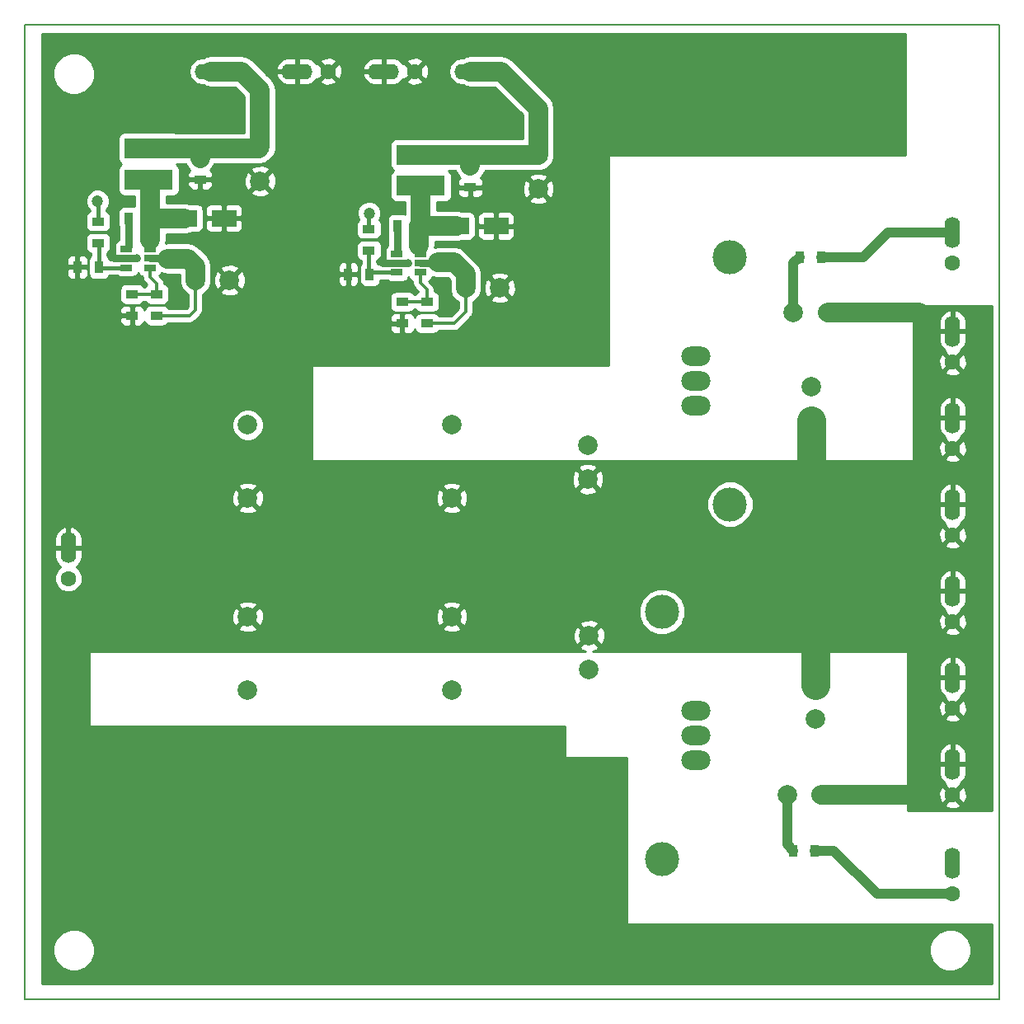
<source format=gtl>
G04 #@! TF.FileFunction,Copper,L1,Top,Signal*
%FSLAX46Y46*%
G04 Gerber Fmt 4.6, Leading zero omitted, Abs format (unit mm)*
G04 Created by KiCad (PCBNEW 4.0.1-stable) date 18/01/2016 20:26:33*
%MOMM*%
G01*
G04 APERTURE LIST*
%ADD10C,0.100000*%
%ADD11C,0.150000*%
%ADD12C,2.000000*%
%ADD13R,0.900000X1.300000*%
%ADD14R,1.300000X0.900000*%
%ADD15R,2.500000X1.700000*%
%ADD16R,5.000000X2.100000*%
%ADD17C,1.600000*%
%ADD18O,1.600000X3.200000*%
%ADD19O,3.200000X1.600000*%
%ADD20R,1.200000X0.650000*%
%ADD21O,3.000000X2.000000*%
%ADD22C,3.500000*%
%ADD23C,1.200000*%
%ADD24C,0.800000*%
%ADD25C,0.300000*%
%ADD26C,0.800000*%
%ADD27C,3.000000*%
%ADD28C,2.000000*%
%ADD29C,1.000000*%
%ADD30C,0.500000*%
%ADD31C,0.400000*%
%ADD32C,1.500000*%
%ADD33C,0.254000*%
G04 APERTURE END LIST*
D10*
D11*
X0Y100000000D02*
X0Y0D01*
X100000000Y100000000D02*
X0Y100000000D01*
X100000000Y0D02*
X100000000Y100000000D01*
X0Y0D02*
X100000000Y0D01*
D12*
X17485261Y73811175D03*
X20985261Y73811175D03*
X45240000Y73025000D03*
X48740000Y73025000D03*
X22860000Y58935000D03*
X22860000Y51435000D03*
X22860000Y39250000D03*
X22860000Y31750000D03*
X43815000Y58935000D03*
X43815000Y51435000D03*
X43815000Y39250000D03*
X43815000Y31750000D03*
D13*
X12854961Y80161175D03*
X10654961Y80161175D03*
X40470000Y79375000D03*
X38270000Y79375000D03*
D12*
X78895000Y70485000D03*
X82395000Y70485000D03*
X81760000Y20955000D03*
X78260000Y20955000D03*
D14*
X17965261Y86341175D03*
X17965261Y84141175D03*
X45720000Y85555000D03*
X45720000Y83355000D03*
D12*
X80746600Y62887800D03*
X80746600Y59387800D03*
X81153000Y32230000D03*
X81153000Y28730000D03*
D15*
X20415000Y80161175D03*
X16415000Y80161175D03*
X48355000Y79375000D03*
X44355000Y79375000D03*
D16*
X12700000Y84125000D03*
X12700000Y87325000D03*
X40640000Y83490000D03*
X40640000Y86690000D03*
D17*
X4445000Y43180000D03*
D18*
X4445000Y46355000D03*
D17*
X22225000Y95250000D03*
D19*
X19050000Y95250000D03*
D17*
X31115000Y95250000D03*
D19*
X27940000Y95250000D03*
D17*
X48895000Y95250000D03*
D19*
X45720000Y95250000D03*
D17*
X40005000Y95250000D03*
D19*
X36830000Y95250000D03*
D17*
X95250000Y75565000D03*
D18*
X95250000Y78740000D03*
D17*
X95250000Y10795000D03*
D18*
X95250000Y13970000D03*
D17*
X95250000Y65405000D03*
D18*
X95250000Y68580000D03*
D17*
X95250000Y56515000D03*
D18*
X95250000Y59690000D03*
D17*
X95250000Y47625000D03*
D18*
X95250000Y50800000D03*
D17*
X95250000Y38735000D03*
D18*
X95250000Y41910000D03*
D17*
X95250000Y29845000D03*
D18*
X95250000Y33020000D03*
D17*
X95250000Y20955000D03*
D18*
X95250000Y24130000D03*
D14*
X13520261Y72371175D03*
X13520261Y70171175D03*
X10980261Y72371175D03*
X10980261Y70171175D03*
X41275000Y71585000D03*
X41275000Y69385000D03*
X38735000Y71585000D03*
X38735000Y69385000D03*
X7493000Y79840000D03*
X7493000Y77640000D03*
D13*
X5377000Y75154955D03*
X7577000Y75154955D03*
D14*
X35306000Y79078000D03*
X35306000Y76878000D03*
D13*
X33190000Y74422000D03*
X35390000Y74422000D03*
X79545000Y76200000D03*
X81745000Y76200000D03*
X78910000Y15240000D03*
X81110000Y15240000D03*
D20*
X12815261Y76046375D03*
X10415261Y76996375D03*
X10415261Y76046375D03*
X10415261Y75096375D03*
X12815261Y75096375D03*
X12815261Y76996375D03*
X40570000Y75565000D03*
X38170000Y76515000D03*
X38170000Y75565000D03*
X38170000Y74615000D03*
X40570000Y74615000D03*
X40570000Y76515000D03*
D21*
X68890000Y66040000D03*
X68890000Y63500000D03*
X68890000Y60960000D03*
D22*
X72390000Y76200000D03*
X72390000Y50800000D03*
D21*
X68890000Y24511000D03*
X68890000Y27051000D03*
X68890000Y29591000D03*
D22*
X65390000Y14351000D03*
X65390000Y39751000D03*
D12*
X24130000Y87475000D03*
X24130000Y83975000D03*
X52705000Y86685000D03*
X52705000Y83185000D03*
X57785000Y56868000D03*
X57785000Y53368000D03*
X57912000Y37310000D03*
X57912000Y33810000D03*
D23*
X74625000Y88405000D03*
X89230000Y88405000D03*
X89230000Y97930000D03*
X74625000Y97930000D03*
X46050000Y14745000D03*
X31318000Y14999000D03*
X15316000Y14872000D03*
X14808000Y26810000D03*
X34747000Y26683000D03*
X53543000Y25667000D03*
X59766000Y22492000D03*
X60528000Y6998000D03*
X76657000Y6490000D03*
X86690000Y3442000D03*
X65735000Y3442000D03*
X46558000Y3442000D03*
X28905000Y3442000D03*
X14427000Y3442000D03*
X4140000Y9919000D03*
X4140000Y27064000D03*
X4140000Y31890000D03*
X4140000Y36843000D03*
X27889000Y89675000D03*
X33096000Y70625000D03*
X27635000Y70625000D03*
X27635000Y74562000D03*
X27508000Y82055000D03*
X31572000Y74435000D03*
X38684000Y67704000D03*
X36906000Y69355000D03*
X15570000Y68720000D03*
X17475000Y63640000D03*
X10490000Y63640000D03*
X25095000Y66815000D03*
X30175000Y66815000D03*
X35255000Y66815000D03*
X41605000Y66815000D03*
X48590000Y66180000D03*
X51130000Y66180000D03*
X57480000Y66180000D03*
X58750000Y68720000D03*
X58750000Y73800000D03*
X58750000Y79515000D03*
X58750000Y83960000D03*
X58750000Y88405000D03*
X58750000Y92850000D03*
X58750000Y97930000D03*
X52400000Y97930000D03*
X29540000Y97930000D03*
X37795000Y97930000D03*
X46050000Y97930000D03*
X46050000Y92215000D03*
X33350000Y82690000D03*
X33350000Y86500000D03*
X33985000Y90310000D03*
X5410000Y83325000D03*
X5410000Y87135000D03*
X5410000Y90945000D03*
X14935000Y94120000D03*
X10490000Y94120000D03*
X8585000Y97930000D03*
X14935000Y97930000D03*
X20650000Y97930000D03*
X2870000Y55385000D03*
X2870000Y62370000D03*
X2870000Y68720000D03*
X2870000Y89040000D03*
X2870000Y82055000D03*
X50177500Y69228000D03*
X49987000Y76975000D03*
X51828500Y78372000D03*
X51828500Y80213500D03*
X48717000Y81547000D03*
X45669000Y81610500D03*
D24*
X39369998Y75578000D03*
X36715500Y75578000D03*
D23*
X37236200Y81293000D03*
X36855200Y85077600D03*
X36855400Y88087200D03*
X39395200Y89090800D03*
X42697200Y89090800D03*
X48717000Y89040000D03*
X45923000Y89040000D03*
D24*
X11506000Y76086000D03*
X8839000Y76340000D03*
D23*
X10998000Y68466000D03*
X8966000Y70244000D03*
X3505000Y75197000D03*
X22428000Y69990000D03*
X22174000Y77737000D03*
X23444000Y79261000D03*
X23444000Y81039000D03*
X20396000Y82436000D03*
X17983000Y82436000D03*
X9474000Y81928000D03*
X8839000Y85738000D03*
X8966000Y89294000D03*
X12014000Y90310000D03*
X15062000Y90310000D03*
X21539000Y90310000D03*
X18237000Y90310000D03*
X7442000Y81928000D03*
X35331200Y80683400D03*
D25*
X89230000Y97930000D02*
X89230000Y88405000D01*
X58750000Y97930000D02*
X74625000Y97930000D01*
X15316000Y14872000D02*
X31191000Y14872000D01*
X31191000Y14872000D02*
X31318000Y14999000D01*
X34747000Y26683000D02*
X14935000Y26683000D01*
X14935000Y26683000D02*
X14808000Y26810000D01*
X59766000Y22492000D02*
X56718000Y22492000D01*
X56718000Y22492000D02*
X53543000Y25667000D01*
X76657000Y6490000D02*
X61036000Y6490000D01*
X61036000Y6490000D02*
X60528000Y6998000D01*
X65735000Y3442000D02*
X86690000Y3442000D01*
X28905000Y3442000D02*
X46558000Y3442000D01*
X4140000Y9919000D02*
X7950000Y9919000D01*
X7950000Y9919000D02*
X14427000Y3442000D01*
X4140000Y31890000D02*
X4140000Y27064000D01*
X2108000Y46368000D02*
X2108000Y38875000D01*
X2108000Y38875000D02*
X4140000Y36843000D01*
X3332000Y46368000D02*
X2108000Y46368000D01*
X4445000Y46355000D02*
X3345000Y46355000D01*
X3345000Y46355000D02*
X3332000Y46368000D01*
X33350000Y86500000D02*
X31064000Y86500000D01*
X31064000Y86500000D02*
X27889000Y89675000D01*
X27635000Y74562000D02*
X27635000Y70625000D01*
X31572000Y74435000D02*
X31572000Y77991000D01*
X31572000Y77991000D02*
X27508000Y82055000D01*
X33190000Y74422000D02*
X31585000Y74422000D01*
X31585000Y74422000D02*
X31572000Y74435000D01*
X38735000Y69385000D02*
X38735000Y67755000D01*
X38735000Y67755000D02*
X38684000Y67704000D01*
X38735000Y69385000D02*
X36936000Y69385000D01*
X36936000Y69385000D02*
X36906000Y69355000D01*
X30175000Y66815000D02*
X25095000Y66815000D01*
X41605000Y66815000D02*
X35255000Y66815000D01*
X48590000Y66180000D02*
X42240000Y66180000D01*
X42240000Y66180000D02*
X41605000Y66815000D01*
X51130000Y66180000D02*
X48590000Y66180000D01*
X58750000Y68720000D02*
X58750000Y67450000D01*
X58750000Y67450000D02*
X57480000Y66180000D01*
X58750000Y79515000D02*
X58750000Y73800000D01*
X58750000Y88405000D02*
X58750000Y83960000D01*
X58750000Y97930000D02*
X58750000Y92850000D01*
X46050000Y97930000D02*
X52400000Y97930000D01*
X46050000Y97930000D02*
X37795000Y97930000D01*
X42240000Y93015000D02*
X45250000Y93015000D01*
X45250000Y93015000D02*
X46050000Y92215000D01*
X40005000Y95250000D02*
X42240000Y93015000D01*
X33985000Y90310000D02*
X33350000Y89675000D01*
X33350000Y89675000D02*
X33350000Y86500000D01*
X5410000Y87135000D02*
X5410000Y83325000D01*
X14935000Y94120000D02*
X8585000Y94120000D01*
X8585000Y94120000D02*
X5410000Y90945000D01*
X8585000Y97930000D02*
X8585000Y96025000D01*
X8585000Y96025000D02*
X10490000Y94120000D01*
X20650000Y97930000D02*
X14935000Y97930000D01*
X2870000Y62370000D02*
X2870000Y55385000D01*
X2870000Y82055000D02*
X2870000Y68720000D01*
X3505000Y75197000D02*
X3505000Y81420000D01*
X3505000Y81420000D02*
X2870000Y82055000D01*
X51828500Y78372000D02*
X51384000Y78372000D01*
X51384000Y78372000D02*
X49987000Y76975000D01*
X48355000Y79375000D02*
X50990000Y79375000D01*
X50990000Y79375000D02*
X51828500Y80213500D01*
X45720000Y83355000D02*
X45720000Y81661500D01*
X45720000Y81661500D02*
X45669000Y81610500D01*
D26*
X38170000Y75565000D02*
X39356998Y75565000D01*
X39356998Y75565000D02*
X39369998Y75578000D01*
X38170000Y75565000D02*
X36728500Y75565000D01*
X36728500Y75565000D02*
X36715500Y75578000D01*
D27*
X80746600Y47358400D02*
X81153000Y46952000D01*
X81153000Y46952000D02*
X81153000Y32230000D01*
X80746600Y59387800D02*
X80746600Y47358400D01*
D28*
X81760000Y20955000D02*
X91566500Y20955000D01*
X82395000Y70485000D02*
X91846500Y70485000D01*
D25*
X36855400Y88087200D02*
X36855400Y85077800D01*
X36855400Y85077800D02*
X36855200Y85077600D01*
X39395200Y89090800D02*
X37859000Y89090800D01*
X37859000Y89090800D02*
X36855400Y88087200D01*
X42697200Y89090800D02*
X39395200Y89090800D01*
X45923000Y89040000D02*
X48717000Y89040000D01*
D26*
X10415261Y76046375D02*
X9132625Y76046375D01*
X9132625Y76046375D02*
X8839000Y76340000D01*
X10415261Y76046375D02*
X11466375Y76046375D01*
X11466375Y76046375D02*
X11506000Y76086000D01*
D25*
X10980261Y70171175D02*
X10980261Y68483739D01*
X10980261Y68483739D02*
X10998000Y68466000D01*
X10980261Y70171175D02*
X9038825Y70171175D01*
X9038825Y70171175D02*
X8966000Y70244000D01*
X5377000Y75154955D02*
X3547045Y75154955D01*
X3547045Y75154955D02*
X3505000Y75197000D01*
X20415000Y80161175D02*
X22566175Y80161175D01*
X22566175Y80161175D02*
X23444000Y81039000D01*
X17965261Y84141175D02*
X17965261Y82453739D01*
X17965261Y82453739D02*
X17983000Y82436000D01*
X8966000Y89294000D02*
X8966000Y85865000D01*
X8966000Y85865000D02*
X8839000Y85738000D01*
X15062000Y90310000D02*
X12014000Y90310000D01*
X18237000Y90310000D02*
X21539000Y90310000D01*
D28*
X12854961Y80161175D02*
X12854961Y83970039D01*
X12854961Y83970039D02*
X12700000Y84125000D01*
X12854961Y80161175D02*
X16415000Y80161175D01*
D29*
X12854961Y77917561D02*
X12815261Y77877861D01*
D30*
X12815261Y77877861D02*
X12815261Y77071376D01*
D28*
X12854961Y80161175D02*
X12854961Y77917561D01*
D26*
X10654961Y80161175D02*
X10654961Y77236075D01*
D30*
X10654961Y77236075D02*
X10415261Y76996375D01*
D28*
X40470000Y79375000D02*
X44355000Y79375000D01*
D30*
X40470000Y77313200D02*
X40570000Y77213200D01*
X40570000Y77213200D02*
X40570000Y76515000D01*
D28*
X40470000Y79375000D02*
X40470000Y77313200D01*
X40640000Y83490000D02*
X40640000Y79545000D01*
X40640000Y79545000D02*
X40470000Y79375000D01*
D26*
X38270000Y79375000D02*
X38270000Y76615000D01*
D30*
X38270000Y76615000D02*
X38170000Y76515000D01*
D29*
X78895000Y70485000D02*
X78895000Y75550000D01*
X78895000Y75550000D02*
X79545000Y76200000D01*
X78260000Y20955000D02*
X78260000Y15890000D01*
X78260000Y15890000D02*
X78910000Y15240000D01*
D31*
X7493000Y79840000D02*
X7493000Y81877000D01*
X7493000Y81877000D02*
X7442000Y81928000D01*
D28*
X22225000Y95250000D02*
X19050000Y95250000D01*
X24130000Y87475000D02*
X24130000Y93345000D01*
X24130000Y93345000D02*
X22225000Y95250000D01*
X12700000Y87325000D02*
X18084800Y87325000D01*
X18084800Y87325000D02*
X23980000Y87325000D01*
X17965261Y86341175D02*
X17965261Y87205461D01*
X17965261Y87205461D02*
X18084800Y87325000D01*
X23980000Y87325000D02*
X24130000Y87475000D01*
X40640000Y86690000D02*
X45593000Y86690000D01*
X45593000Y86690000D02*
X52700000Y86690000D01*
X45720000Y85555000D02*
X45720000Y86563000D01*
D32*
X45720000Y86563000D02*
X45593000Y86690000D01*
D31*
X35306000Y79078000D02*
X35306000Y80658200D01*
X35306000Y80658200D02*
X35331200Y80683400D01*
D28*
X48895000Y95250000D02*
X45720000Y95250000D01*
X52705000Y86685000D02*
X52705000Y91440000D01*
X52705000Y91440000D02*
X48895000Y95250000D01*
X52700000Y86690000D02*
X52705000Y86685000D01*
D29*
X86042000Y76200000D02*
X88582000Y78740000D01*
X88582000Y78740000D02*
X95250000Y78740000D01*
X81745000Y76200000D02*
X86042000Y76200000D01*
X90144600Y10795000D02*
X95250000Y10795000D01*
X83020000Y15240000D02*
X87465000Y10795000D01*
X87465000Y10795000D02*
X90144600Y10795000D01*
X81110000Y15240000D02*
X83020000Y15240000D01*
D25*
X10980261Y72371175D02*
X13520261Y72371175D01*
X12815261Y74141739D02*
X13520261Y73436739D01*
X13520261Y73436739D02*
X13520261Y72371175D01*
X12815261Y75096375D02*
X12815261Y74141739D01*
X10980261Y72371175D02*
X11180261Y72371175D01*
X41275000Y71585000D02*
X41275000Y72834500D01*
X40570000Y74615000D02*
X40570000Y73539500D01*
X40570000Y73539500D02*
X41275000Y72834500D01*
X38735000Y71585000D02*
X41275000Y71585000D01*
D31*
X7577000Y75154955D02*
X7577000Y77556000D01*
X7577000Y77556000D02*
X7493000Y77640000D01*
X10415261Y75096375D02*
X7635580Y75096375D01*
X7635580Y75096375D02*
X7577000Y75154955D01*
X35306000Y76878000D02*
X35306000Y74506000D01*
X35306000Y74506000D02*
X35390000Y74422000D01*
X38170000Y74615000D02*
X35583000Y74615000D01*
X35583000Y74615000D02*
X35390000Y74422000D01*
D25*
X44048000Y69385000D02*
X45240000Y70577000D01*
X45240000Y70577000D02*
X45240000Y73025000D01*
X41275000Y69385000D02*
X44048000Y69385000D01*
D26*
X14615262Y76022500D02*
X14591387Y76046375D01*
X14591387Y76046375D02*
X12815261Y76046375D01*
D28*
X16688149Y76022500D02*
X14615262Y76022500D01*
X17485261Y73811175D02*
X17485261Y75225388D01*
X17485261Y75225388D02*
X16688149Y76022500D01*
D26*
X42367000Y75641500D02*
X42367000Y75168000D01*
X42367000Y75168000D02*
X41970000Y75565000D01*
X41970000Y75565000D02*
X40570000Y75565000D01*
D28*
X44037713Y75641500D02*
X42367000Y75641500D01*
X45240000Y73025000D02*
X45240000Y74439213D01*
X45240000Y74439213D02*
X44037713Y75641500D01*
D25*
X16894175Y70171175D02*
X17485261Y70762261D01*
X17485261Y70762261D02*
X17485261Y73811175D01*
X13520261Y70171175D02*
X16894175Y70171175D01*
D33*
G36*
X59893000Y65037000D02*
X29540000Y65037000D01*
X29490590Y65026994D01*
X29448965Y64998553D01*
X29421685Y64956159D01*
X29413000Y64910000D01*
X29413000Y55385000D01*
X29423006Y55335590D01*
X29451447Y55293965D01*
X29493841Y55266685D01*
X29540000Y55258000D01*
X57419691Y55258000D01*
X57459950Y55241283D01*
X58107211Y55240718D01*
X58149037Y55258000D01*
X91135000Y55258000D01*
X91184410Y55268006D01*
X91226035Y55296447D01*
X91253315Y55338841D01*
X91262000Y55385000D01*
X91262000Y55507255D01*
X94421861Y55507255D01*
X94495995Y55261136D01*
X95033223Y55068035D01*
X95603454Y55095222D01*
X96004005Y55261136D01*
X96078139Y55507255D01*
X95250000Y56335395D01*
X94421861Y55507255D01*
X91262000Y55507255D01*
X91262000Y56731777D01*
X93803035Y56731777D01*
X93830222Y56161546D01*
X93996136Y55760995D01*
X94242255Y55686861D01*
X95070395Y56515000D01*
X95429605Y56515000D01*
X96257745Y55686861D01*
X96503864Y55760995D01*
X96696965Y56298223D01*
X96669778Y56868454D01*
X96503864Y57269005D01*
X96257745Y57343139D01*
X95429605Y56515000D01*
X95070395Y56515000D01*
X94242255Y57343139D01*
X93996136Y57269005D01*
X93803035Y56731777D01*
X91262000Y56731777D01*
X91262000Y59563000D01*
X93815000Y59563000D01*
X93815000Y58763000D01*
X93972834Y58223517D01*
X94325104Y57785500D01*
X94476111Y57702852D01*
X94421861Y57522745D01*
X95250000Y56694605D01*
X96078139Y57522745D01*
X96023889Y57702852D01*
X96174896Y57785500D01*
X96527166Y58223517D01*
X96685000Y58763000D01*
X96685000Y59563000D01*
X95377000Y59563000D01*
X95377000Y59543000D01*
X95123000Y59543000D01*
X95123000Y59563000D01*
X93815000Y59563000D01*
X91262000Y59563000D01*
X91262000Y60617000D01*
X93815000Y60617000D01*
X93815000Y59817000D01*
X95123000Y59817000D01*
X95123000Y61759915D01*
X95377000Y61759915D01*
X95377000Y59817000D01*
X96685000Y59817000D01*
X96685000Y60617000D01*
X96527166Y61156483D01*
X96174896Y61594500D01*
X95681819Y61864367D01*
X95599039Y61881904D01*
X95377000Y61759915D01*
X95123000Y61759915D01*
X94900961Y61881904D01*
X94818181Y61864367D01*
X94325104Y61594500D01*
X93972834Y61156483D01*
X93815000Y60617000D01*
X91262000Y60617000D01*
X91262000Y64397255D01*
X94421861Y64397255D01*
X94495995Y64151136D01*
X95033223Y63958035D01*
X95603454Y63985222D01*
X96004005Y64151136D01*
X96078139Y64397255D01*
X95250000Y65225395D01*
X94421861Y64397255D01*
X91262000Y64397255D01*
X91262000Y65621777D01*
X93803035Y65621777D01*
X93830222Y65051546D01*
X93996136Y64650995D01*
X94242255Y64576861D01*
X95070395Y65405000D01*
X95429605Y65405000D01*
X96257745Y64576861D01*
X96503864Y64650995D01*
X96696965Y65188223D01*
X96669778Y65758454D01*
X96503864Y66159005D01*
X96257745Y66233139D01*
X95429605Y65405000D01*
X95070395Y65405000D01*
X94242255Y66233139D01*
X93996136Y66159005D01*
X93803035Y65621777D01*
X91262000Y65621777D01*
X91262000Y68453000D01*
X93815000Y68453000D01*
X93815000Y67653000D01*
X93972834Y67113517D01*
X94325104Y66675500D01*
X94476111Y66592852D01*
X94421861Y66412745D01*
X95250000Y65584605D01*
X96078139Y66412745D01*
X96023889Y66592852D01*
X96174896Y66675500D01*
X96527166Y67113517D01*
X96685000Y67653000D01*
X96685000Y68453000D01*
X95377000Y68453000D01*
X95377000Y68433000D01*
X95123000Y68433000D01*
X95123000Y68453000D01*
X93815000Y68453000D01*
X91262000Y68453000D01*
X91262000Y69507000D01*
X93815000Y69507000D01*
X93815000Y68707000D01*
X95123000Y68707000D01*
X95123000Y70649915D01*
X95377000Y70649915D01*
X95377000Y68707000D01*
X96685000Y68707000D01*
X96685000Y69507000D01*
X96527166Y70046483D01*
X96174896Y70484500D01*
X95681819Y70754367D01*
X95599039Y70771904D01*
X95377000Y70649915D01*
X95123000Y70649915D01*
X94900961Y70771904D01*
X94818181Y70754367D01*
X94325104Y70484500D01*
X93972834Y70046483D01*
X93815000Y69507000D01*
X91262000Y69507000D01*
X91262000Y71133000D01*
X99263000Y71133000D01*
X99263000Y19317000D01*
X90627000Y19317000D01*
X90627000Y19947255D01*
X94421861Y19947255D01*
X94495995Y19701136D01*
X95033223Y19508035D01*
X95603454Y19535222D01*
X96004005Y19701136D01*
X96078139Y19947255D01*
X95250000Y20775395D01*
X94421861Y19947255D01*
X90627000Y19947255D01*
X90627000Y21171777D01*
X93803035Y21171777D01*
X93830222Y20601546D01*
X93996136Y20200995D01*
X94242255Y20126861D01*
X95070395Y20955000D01*
X95429605Y20955000D01*
X96257745Y20126861D01*
X96503864Y20200995D01*
X96696965Y20738223D01*
X96669778Y21308454D01*
X96503864Y21709005D01*
X96257745Y21783139D01*
X95429605Y20955000D01*
X95070395Y20955000D01*
X94242255Y21783139D01*
X93996136Y21709005D01*
X93803035Y21171777D01*
X90627000Y21171777D01*
X90627000Y24003000D01*
X93815000Y24003000D01*
X93815000Y23203000D01*
X93972834Y22663517D01*
X94325104Y22225500D01*
X94476111Y22142852D01*
X94421861Y21962745D01*
X95250000Y21134605D01*
X96078139Y21962745D01*
X96023889Y22142852D01*
X96174896Y22225500D01*
X96527166Y22663517D01*
X96685000Y23203000D01*
X96685000Y24003000D01*
X95377000Y24003000D01*
X95377000Y23983000D01*
X95123000Y23983000D01*
X95123000Y24003000D01*
X93815000Y24003000D01*
X90627000Y24003000D01*
X90627000Y25057000D01*
X93815000Y25057000D01*
X93815000Y24257000D01*
X95123000Y24257000D01*
X95123000Y26199915D01*
X95377000Y26199915D01*
X95377000Y24257000D01*
X96685000Y24257000D01*
X96685000Y25057000D01*
X96527166Y25596483D01*
X96174896Y26034500D01*
X95681819Y26304367D01*
X95599039Y26321904D01*
X95377000Y26199915D01*
X95123000Y26199915D01*
X94900961Y26321904D01*
X94818181Y26304367D01*
X94325104Y26034500D01*
X93972834Y25596483D01*
X93815000Y25057000D01*
X90627000Y25057000D01*
X90627000Y28837255D01*
X94421861Y28837255D01*
X94495995Y28591136D01*
X95033223Y28398035D01*
X95603454Y28425222D01*
X96004005Y28591136D01*
X96078139Y28837255D01*
X95250000Y29665395D01*
X94421861Y28837255D01*
X90627000Y28837255D01*
X90627000Y30061777D01*
X93803035Y30061777D01*
X93830222Y29491546D01*
X93996136Y29090995D01*
X94242255Y29016861D01*
X95070395Y29845000D01*
X95429605Y29845000D01*
X96257745Y29016861D01*
X96503864Y29090995D01*
X96696965Y29628223D01*
X96669778Y30198454D01*
X96503864Y30599005D01*
X96257745Y30673139D01*
X95429605Y29845000D01*
X95070395Y29845000D01*
X94242255Y30673139D01*
X93996136Y30599005D01*
X93803035Y30061777D01*
X90627000Y30061777D01*
X90627000Y32893000D01*
X93815000Y32893000D01*
X93815000Y32093000D01*
X93972834Y31553517D01*
X94325104Y31115500D01*
X94476111Y31032852D01*
X94421861Y30852745D01*
X95250000Y30024605D01*
X96078139Y30852745D01*
X96023889Y31032852D01*
X96174896Y31115500D01*
X96527166Y31553517D01*
X96685000Y32093000D01*
X96685000Y32893000D01*
X95377000Y32893000D01*
X95377000Y32873000D01*
X95123000Y32873000D01*
X95123000Y32893000D01*
X93815000Y32893000D01*
X90627000Y32893000D01*
X90627000Y33947000D01*
X93815000Y33947000D01*
X93815000Y33147000D01*
X95123000Y33147000D01*
X95123000Y35089915D01*
X95377000Y35089915D01*
X95377000Y33147000D01*
X96685000Y33147000D01*
X96685000Y33947000D01*
X96527166Y34486483D01*
X96174896Y34924500D01*
X95681819Y35194367D01*
X95599039Y35211904D01*
X95377000Y35089915D01*
X95123000Y35089915D01*
X94900961Y35211904D01*
X94818181Y35194367D01*
X94325104Y34924500D01*
X93972834Y34486483D01*
X93815000Y33947000D01*
X90627000Y33947000D01*
X90627000Y35573000D01*
X90616994Y35622410D01*
X90588553Y35664035D01*
X90546159Y35691315D01*
X90500000Y35700000D01*
X58326083Y35700000D01*
X58786264Y35890613D01*
X58884927Y36157468D01*
X57912000Y37130395D01*
X56939073Y36157468D01*
X57037736Y35890613D01*
X57550808Y35700000D01*
X6680000Y35700000D01*
X6630590Y35689994D01*
X6588965Y35661553D01*
X6561685Y35619159D01*
X6553000Y35573000D01*
X6553000Y28080000D01*
X6563006Y28030590D01*
X6591447Y27988965D01*
X6633841Y27961685D01*
X6680000Y27953000D01*
X55448000Y27953000D01*
X55448000Y24905000D01*
X55458006Y24855590D01*
X55486447Y24813965D01*
X55528841Y24786685D01*
X55575000Y24778000D01*
X61798000Y24778000D01*
X61798000Y7760000D01*
X61808006Y7710590D01*
X61836447Y7668965D01*
X61878841Y7641685D01*
X61925000Y7633000D01*
X99263000Y7633000D01*
X99263000Y1537000D01*
X1727000Y1537000D01*
X1727000Y4578770D01*
X2872632Y4578770D01*
X3195766Y3796726D01*
X3793578Y3197869D01*
X4575057Y2873370D01*
X5421230Y2872632D01*
X6203274Y3195766D01*
X6802131Y3793578D01*
X7126630Y4575057D01*
X7126633Y4578770D01*
X92872632Y4578770D01*
X93195766Y3796726D01*
X93793578Y3197869D01*
X94575057Y2873370D01*
X95421230Y2872632D01*
X96203274Y3195766D01*
X96802131Y3793578D01*
X97126630Y4575057D01*
X97127368Y5421230D01*
X96804234Y6203274D01*
X96206422Y6802131D01*
X95424943Y7126630D01*
X94578770Y7127368D01*
X93796726Y6804234D01*
X93197869Y6206422D01*
X92873370Y5424943D01*
X92872632Y4578770D01*
X7126633Y4578770D01*
X7127368Y5421230D01*
X6804234Y6203274D01*
X6206422Y6802131D01*
X5424943Y7126630D01*
X4578770Y7127368D01*
X3796726Y6804234D01*
X3197869Y6206422D01*
X2873370Y5424943D01*
X2872632Y4578770D01*
X1727000Y4578770D01*
X1727000Y37574539D01*
X56266092Y37574539D01*
X56290144Y36924540D01*
X56492613Y36435736D01*
X56759468Y36337073D01*
X57732395Y37310000D01*
X58091605Y37310000D01*
X59064532Y36337073D01*
X59331387Y36435736D01*
X59557908Y37045461D01*
X59533856Y37695460D01*
X59331387Y38184264D01*
X59064532Y38282927D01*
X58091605Y37310000D01*
X57732395Y37310000D01*
X56759468Y38282927D01*
X56492613Y38184264D01*
X56266092Y37574539D01*
X1727000Y37574539D01*
X1727000Y38097468D01*
X21887073Y38097468D01*
X21985736Y37830613D01*
X22595461Y37604092D01*
X23245460Y37628144D01*
X23734264Y37830613D01*
X23832927Y38097468D01*
X42842073Y38097468D01*
X42940736Y37830613D01*
X43550461Y37604092D01*
X44200460Y37628144D01*
X44689264Y37830613D01*
X44787927Y38097468D01*
X43815000Y39070395D01*
X42842073Y38097468D01*
X23832927Y38097468D01*
X22860000Y39070395D01*
X21887073Y38097468D01*
X1727000Y38097468D01*
X1727000Y39514539D01*
X21214092Y39514539D01*
X21238144Y38864540D01*
X21440613Y38375736D01*
X21707468Y38277073D01*
X22680395Y39250000D01*
X23039605Y39250000D01*
X24012532Y38277073D01*
X24279387Y38375736D01*
X24505908Y38985461D01*
X24486331Y39514539D01*
X42169092Y39514539D01*
X42193144Y38864540D01*
X42395613Y38375736D01*
X42662468Y38277073D01*
X43635395Y39250000D01*
X43994605Y39250000D01*
X44967532Y38277073D01*
X45234387Y38375736D01*
X45266632Y38462532D01*
X56939073Y38462532D01*
X57912000Y37489605D01*
X58884927Y38462532D01*
X58786264Y38729387D01*
X58176539Y38955908D01*
X57526540Y38931856D01*
X57037736Y38729387D01*
X56939073Y38462532D01*
X45266632Y38462532D01*
X45460908Y38985461D01*
X45450000Y39280260D01*
X63012588Y39280260D01*
X63373703Y38406297D01*
X64041780Y37737053D01*
X64915111Y37374414D01*
X65860740Y37373588D01*
X66716677Y37727255D01*
X94421861Y37727255D01*
X94495995Y37481136D01*
X95033223Y37288035D01*
X95603454Y37315222D01*
X96004005Y37481136D01*
X96078139Y37727255D01*
X95250000Y38555395D01*
X94421861Y37727255D01*
X66716677Y37727255D01*
X66734703Y37734703D01*
X67403947Y38402780D01*
X67631910Y38951777D01*
X93803035Y38951777D01*
X93830222Y38381546D01*
X93996136Y37980995D01*
X94242255Y37906861D01*
X95070395Y38735000D01*
X95429605Y38735000D01*
X96257745Y37906861D01*
X96503864Y37980995D01*
X96696965Y38518223D01*
X96669778Y39088454D01*
X96503864Y39489005D01*
X96257745Y39563139D01*
X95429605Y38735000D01*
X95070395Y38735000D01*
X94242255Y39563139D01*
X93996136Y39489005D01*
X93803035Y38951777D01*
X67631910Y38951777D01*
X67766586Y39276111D01*
X67767412Y40221740D01*
X67406297Y41095703D01*
X66738220Y41764947D01*
X66694744Y41783000D01*
X93815000Y41783000D01*
X93815000Y40983000D01*
X93972834Y40443517D01*
X94325104Y40005500D01*
X94476111Y39922852D01*
X94421861Y39742745D01*
X95250000Y38914605D01*
X96078139Y39742745D01*
X96023889Y39922852D01*
X96174896Y40005500D01*
X96527166Y40443517D01*
X96685000Y40983000D01*
X96685000Y41783000D01*
X95377000Y41783000D01*
X95377000Y41763000D01*
X95123000Y41763000D01*
X95123000Y41783000D01*
X93815000Y41783000D01*
X66694744Y41783000D01*
X65864889Y42127586D01*
X64919260Y42128412D01*
X64045297Y41767297D01*
X63376053Y41099220D01*
X63013414Y40225889D01*
X63012588Y39280260D01*
X45450000Y39280260D01*
X45436856Y39635460D01*
X45234387Y40124264D01*
X44967532Y40222927D01*
X43994605Y39250000D01*
X43635395Y39250000D01*
X42662468Y40222927D01*
X42395613Y40124264D01*
X42169092Y39514539D01*
X24486331Y39514539D01*
X24481856Y39635460D01*
X24279387Y40124264D01*
X24012532Y40222927D01*
X23039605Y39250000D01*
X22680395Y39250000D01*
X21707468Y40222927D01*
X21440613Y40124264D01*
X21214092Y39514539D01*
X1727000Y39514539D01*
X1727000Y40402532D01*
X21887073Y40402532D01*
X22860000Y39429605D01*
X23832927Y40402532D01*
X42842073Y40402532D01*
X43815000Y39429605D01*
X44787927Y40402532D01*
X44689264Y40669387D01*
X44079539Y40895908D01*
X43429540Y40871856D01*
X42940736Y40669387D01*
X42842073Y40402532D01*
X23832927Y40402532D01*
X23734264Y40669387D01*
X23124539Y40895908D01*
X22474540Y40871856D01*
X21985736Y40669387D01*
X21887073Y40402532D01*
X1727000Y40402532D01*
X1727000Y46228000D01*
X3010000Y46228000D01*
X3010000Y45428000D01*
X3167834Y44888517D01*
X3520104Y44450500D01*
X3634922Y44387659D01*
X3235953Y43989386D01*
X3018248Y43465093D01*
X3017752Y42897397D01*
X3234543Y42372725D01*
X3635614Y41970953D01*
X4159907Y41753248D01*
X4727603Y41752752D01*
X5252275Y41969543D01*
X5654047Y42370614D01*
X5847706Y42837000D01*
X93815000Y42837000D01*
X93815000Y42037000D01*
X95123000Y42037000D01*
X95123000Y43979915D01*
X95377000Y43979915D01*
X95377000Y42037000D01*
X96685000Y42037000D01*
X96685000Y42837000D01*
X96527166Y43376483D01*
X96174896Y43814500D01*
X95681819Y44084367D01*
X95599039Y44101904D01*
X95377000Y43979915D01*
X95123000Y43979915D01*
X94900961Y44101904D01*
X94818181Y44084367D01*
X94325104Y43814500D01*
X93972834Y43376483D01*
X93815000Y42837000D01*
X5847706Y42837000D01*
X5871752Y42894907D01*
X5872248Y43462603D01*
X5655457Y43987275D01*
X5255527Y44387904D01*
X5369896Y44450500D01*
X5722166Y44888517D01*
X5880000Y45428000D01*
X5880000Y46228000D01*
X4572000Y46228000D01*
X4572000Y46208000D01*
X4318000Y46208000D01*
X4318000Y46228000D01*
X3010000Y46228000D01*
X1727000Y46228000D01*
X1727000Y47282000D01*
X3010000Y47282000D01*
X3010000Y46482000D01*
X4318000Y46482000D01*
X4318000Y48424915D01*
X4572000Y48424915D01*
X4572000Y46482000D01*
X5880000Y46482000D01*
X5880000Y46617255D01*
X94421861Y46617255D01*
X94495995Y46371136D01*
X95033223Y46178035D01*
X95603454Y46205222D01*
X96004005Y46371136D01*
X96078139Y46617255D01*
X95250000Y47445395D01*
X94421861Y46617255D01*
X5880000Y46617255D01*
X5880000Y47282000D01*
X5722166Y47821483D01*
X5705845Y47841777D01*
X93803035Y47841777D01*
X93830222Y47271546D01*
X93996136Y46870995D01*
X94242255Y46796861D01*
X95070395Y47625000D01*
X95429605Y47625000D01*
X96257745Y46796861D01*
X96503864Y46870995D01*
X96696965Y47408223D01*
X96669778Y47978454D01*
X96503864Y48379005D01*
X96257745Y48453139D01*
X95429605Y47625000D01*
X95070395Y47625000D01*
X94242255Y48453139D01*
X93996136Y48379005D01*
X93803035Y47841777D01*
X5705845Y47841777D01*
X5369896Y48259500D01*
X4876819Y48529367D01*
X4794039Y48546904D01*
X4572000Y48424915D01*
X4318000Y48424915D01*
X4095961Y48546904D01*
X4013181Y48529367D01*
X3520104Y48259500D01*
X3167834Y47821483D01*
X3010000Y47282000D01*
X1727000Y47282000D01*
X1727000Y50282468D01*
X21887073Y50282468D01*
X21985736Y50015613D01*
X22595461Y49789092D01*
X23245460Y49813144D01*
X23734264Y50015613D01*
X23832927Y50282468D01*
X42842073Y50282468D01*
X42940736Y50015613D01*
X43550461Y49789092D01*
X44200460Y49813144D01*
X44689264Y50015613D01*
X44787927Y50282468D01*
X44741135Y50329260D01*
X70012588Y50329260D01*
X70373703Y49455297D01*
X71041780Y48786053D01*
X71915111Y48423414D01*
X72860740Y48422588D01*
X73734703Y48783703D01*
X74403947Y49451780D01*
X74766586Y50325111D01*
X74766889Y50673000D01*
X93815000Y50673000D01*
X93815000Y49873000D01*
X93972834Y49333517D01*
X94325104Y48895500D01*
X94476111Y48812852D01*
X94421861Y48632745D01*
X95250000Y47804605D01*
X96078139Y48632745D01*
X96023889Y48812852D01*
X96174896Y48895500D01*
X96527166Y49333517D01*
X96685000Y49873000D01*
X96685000Y50673000D01*
X95377000Y50673000D01*
X95377000Y50653000D01*
X95123000Y50653000D01*
X95123000Y50673000D01*
X93815000Y50673000D01*
X74766889Y50673000D01*
X74767412Y51270740D01*
X74578889Y51727000D01*
X93815000Y51727000D01*
X93815000Y50927000D01*
X95123000Y50927000D01*
X95123000Y52869915D01*
X95377000Y52869915D01*
X95377000Y50927000D01*
X96685000Y50927000D01*
X96685000Y51727000D01*
X96527166Y52266483D01*
X96174896Y52704500D01*
X95681819Y52974367D01*
X95599039Y52991904D01*
X95377000Y52869915D01*
X95123000Y52869915D01*
X94900961Y52991904D01*
X94818181Y52974367D01*
X94325104Y52704500D01*
X93972834Y52266483D01*
X93815000Y51727000D01*
X74578889Y51727000D01*
X74406297Y52144703D01*
X73738220Y52813947D01*
X72864889Y53176586D01*
X71919260Y53177412D01*
X71045297Y52816297D01*
X70376053Y52148220D01*
X70013414Y51274889D01*
X70012588Y50329260D01*
X44741135Y50329260D01*
X43815000Y51255395D01*
X42842073Y50282468D01*
X23832927Y50282468D01*
X22860000Y51255395D01*
X21887073Y50282468D01*
X1727000Y50282468D01*
X1727000Y51699539D01*
X21214092Y51699539D01*
X21238144Y51049540D01*
X21440613Y50560736D01*
X21707468Y50462073D01*
X22680395Y51435000D01*
X23039605Y51435000D01*
X24012532Y50462073D01*
X24279387Y50560736D01*
X24505908Y51170461D01*
X24486331Y51699539D01*
X42169092Y51699539D01*
X42193144Y51049540D01*
X42395613Y50560736D01*
X42662468Y50462073D01*
X43635395Y51435000D01*
X43994605Y51435000D01*
X44967532Y50462073D01*
X45234387Y50560736D01*
X45460908Y51170461D01*
X45436856Y51820460D01*
X45273239Y52215468D01*
X56812073Y52215468D01*
X56910736Y51948613D01*
X57520461Y51722092D01*
X58170460Y51746144D01*
X58659264Y51948613D01*
X58757927Y52215468D01*
X57785000Y53188395D01*
X56812073Y52215468D01*
X45273239Y52215468D01*
X45234387Y52309264D01*
X44967532Y52407927D01*
X43994605Y51435000D01*
X43635395Y51435000D01*
X42662468Y52407927D01*
X42395613Y52309264D01*
X42169092Y51699539D01*
X24486331Y51699539D01*
X24481856Y51820460D01*
X24279387Y52309264D01*
X24012532Y52407927D01*
X23039605Y51435000D01*
X22680395Y51435000D01*
X21707468Y52407927D01*
X21440613Y52309264D01*
X21214092Y51699539D01*
X1727000Y51699539D01*
X1727000Y52587532D01*
X21887073Y52587532D01*
X22860000Y51614605D01*
X23832927Y52587532D01*
X42842073Y52587532D01*
X43815000Y51614605D01*
X44787927Y52587532D01*
X44689264Y52854387D01*
X44079539Y53080908D01*
X43429540Y53056856D01*
X42940736Y52854387D01*
X42842073Y52587532D01*
X23832927Y52587532D01*
X23734264Y52854387D01*
X23124539Y53080908D01*
X22474540Y53056856D01*
X21985736Y52854387D01*
X21887073Y52587532D01*
X1727000Y52587532D01*
X1727000Y53632539D01*
X56139092Y53632539D01*
X56163144Y52982540D01*
X56365613Y52493736D01*
X56632468Y52395073D01*
X57605395Y53368000D01*
X57964605Y53368000D01*
X58937532Y52395073D01*
X59204387Y52493736D01*
X59430908Y53103461D01*
X59406856Y53753460D01*
X59204387Y54242264D01*
X58937532Y54340927D01*
X57964605Y53368000D01*
X57605395Y53368000D01*
X56632468Y54340927D01*
X56365613Y54242264D01*
X56139092Y53632539D01*
X1727000Y53632539D01*
X1727000Y54520532D01*
X56812073Y54520532D01*
X57785000Y53547605D01*
X58757927Y54520532D01*
X58659264Y54787387D01*
X58049539Y55013908D01*
X57399540Y54989856D01*
X56910736Y54787387D01*
X56812073Y54520532D01*
X1727000Y54520532D01*
X1727000Y58612789D01*
X21232718Y58612789D01*
X21479892Y58014582D01*
X21937175Y57556501D01*
X22534950Y57308283D01*
X23182211Y57307718D01*
X23780418Y57554892D01*
X24238499Y58012175D01*
X24486717Y58609950D01*
X24487282Y59257211D01*
X24240108Y59855418D01*
X23782825Y60313499D01*
X23185050Y60561717D01*
X22537789Y60562282D01*
X21939582Y60315108D01*
X21481501Y59857825D01*
X21233283Y59260050D01*
X21232718Y58612789D01*
X1727000Y58612789D01*
X1727000Y69885425D01*
X9695261Y69885425D01*
X9695261Y69594866D01*
X9791934Y69361477D01*
X9970562Y69182848D01*
X10203951Y69086175D01*
X10694511Y69086175D01*
X10853261Y69244925D01*
X10853261Y70044175D01*
X9854011Y70044175D01*
X9695261Y69885425D01*
X1727000Y69885425D01*
X1727000Y70747484D01*
X9695261Y70747484D01*
X9695261Y70456925D01*
X9854011Y70298175D01*
X10853261Y70298175D01*
X10853261Y71097425D01*
X10694511Y71256175D01*
X10203951Y71256175D01*
X9970562Y71159502D01*
X9791934Y70980873D01*
X9695261Y70747484D01*
X1727000Y70747484D01*
X1727000Y74869205D01*
X4292000Y74869205D01*
X4292000Y74378645D01*
X4388673Y74145256D01*
X4567302Y73966628D01*
X4800691Y73869955D01*
X5091250Y73869955D01*
X5250000Y74028705D01*
X5250000Y75027955D01*
X5504000Y75027955D01*
X5504000Y74028705D01*
X5662750Y73869955D01*
X5953309Y73869955D01*
X6186698Y73966628D01*
X6365327Y74145256D01*
X6462000Y74378645D01*
X6462000Y74869205D01*
X6303250Y75027955D01*
X5504000Y75027955D01*
X5250000Y75027955D01*
X4450750Y75027955D01*
X4292000Y74869205D01*
X1727000Y74869205D01*
X1727000Y75931265D01*
X4292000Y75931265D01*
X4292000Y75440705D01*
X4450750Y75281955D01*
X5250000Y75281955D01*
X5250000Y76281205D01*
X5504000Y76281205D01*
X5504000Y75281955D01*
X6303250Y75281955D01*
X6462000Y75440705D01*
X6462000Y75931265D01*
X6365327Y76164654D01*
X6186698Y76343282D01*
X5953309Y76439955D01*
X5662750Y76439955D01*
X5504000Y76281205D01*
X5250000Y76281205D01*
X5091250Y76439955D01*
X4800691Y76439955D01*
X4567302Y76343282D01*
X4388673Y76164654D01*
X4292000Y75931265D01*
X1727000Y75931265D01*
X1727000Y78090000D01*
X6203717Y78090000D01*
X6203717Y77190000D01*
X6247437Y76957648D01*
X6384757Y76744247D01*
X6594283Y76601083D01*
X6750000Y76569550D01*
X6750000Y76307439D01*
X6681247Y76263198D01*
X6538083Y76053672D01*
X6487717Y75804955D01*
X6487717Y74504955D01*
X6531437Y74272603D01*
X6668757Y74059202D01*
X6878283Y73916038D01*
X7127000Y73865672D01*
X8027000Y73865672D01*
X8259352Y73909392D01*
X8472753Y74046712D01*
X8615917Y74256238D01*
X8618577Y74269375D01*
X9439338Y74269375D01*
X9566544Y74182458D01*
X9815261Y74132092D01*
X11015261Y74132092D01*
X11247613Y74175812D01*
X11461014Y74313132D01*
X11604178Y74522658D01*
X11613819Y74570267D01*
X11619698Y74539023D01*
X11757018Y74325622D01*
X11966544Y74182458D01*
X12038261Y74167935D01*
X12038261Y74141739D01*
X12097407Y73844394D01*
X12265839Y73592317D01*
X12518351Y73339805D01*
X12424508Y73279418D01*
X12334833Y73148175D01*
X12164920Y73148175D01*
X12088504Y73266928D01*
X11878978Y73410092D01*
X11630261Y73460458D01*
X10330261Y73460458D01*
X10097909Y73416738D01*
X9884508Y73279418D01*
X9741344Y73069892D01*
X9690978Y72821175D01*
X9690978Y71921175D01*
X9734698Y71688823D01*
X9872018Y71475422D01*
X10081544Y71332258D01*
X10330261Y71281892D01*
X11630261Y71281892D01*
X11862613Y71325612D01*
X12076014Y71462932D01*
X12165689Y71594175D01*
X12335602Y71594175D01*
X12412018Y71475422D01*
X12621544Y71332258D01*
X12870261Y71281892D01*
X14170261Y71281892D01*
X14402613Y71325612D01*
X14616014Y71462932D01*
X14759178Y71672458D01*
X14809544Y71921175D01*
X14809544Y72821175D01*
X14765824Y73053527D01*
X14628504Y73266928D01*
X14418978Y73410092D01*
X14297261Y73434740D01*
X14297261Y73436739D01*
X14238115Y73734084D01*
X14069683Y73986161D01*
X13789032Y74266812D01*
X13861014Y74313132D01*
X14000806Y74517723D01*
X14615262Y74395500D01*
X15858261Y74395500D01*
X15858261Y73812022D01*
X15857979Y73488964D01*
X16105153Y72890757D01*
X16562436Y72432676D01*
X16708261Y72372124D01*
X16708261Y71084105D01*
X16572331Y70948175D01*
X14704920Y70948175D01*
X14628504Y71066928D01*
X14418978Y71210092D01*
X14170261Y71260458D01*
X12870261Y71260458D01*
X12637909Y71216738D01*
X12424508Y71079418D01*
X12281344Y70869892D01*
X12259414Y70761599D01*
X12168588Y70980873D01*
X11989960Y71159502D01*
X11756571Y71256175D01*
X11266011Y71256175D01*
X11107261Y71097425D01*
X11107261Y70298175D01*
X11127261Y70298175D01*
X11127261Y70044175D01*
X11107261Y70044175D01*
X11107261Y69244925D01*
X11266011Y69086175D01*
X11756571Y69086175D01*
X11989960Y69182848D01*
X12168588Y69361477D01*
X12258030Y69577408D01*
X12274698Y69488823D01*
X12412018Y69275422D01*
X12621544Y69132258D01*
X12870261Y69081892D01*
X14170261Y69081892D01*
X14262510Y69099250D01*
X37450000Y69099250D01*
X37450000Y68808691D01*
X37546673Y68575302D01*
X37725301Y68396673D01*
X37958690Y68300000D01*
X38449250Y68300000D01*
X38608000Y68458750D01*
X38608000Y69258000D01*
X37608750Y69258000D01*
X37450000Y69099250D01*
X14262510Y69099250D01*
X14402613Y69125612D01*
X14616014Y69262932D01*
X14705689Y69394175D01*
X16894175Y69394175D01*
X17191520Y69453321D01*
X17443597Y69621753D01*
X17783153Y69961309D01*
X37450000Y69961309D01*
X37450000Y69670750D01*
X37608750Y69512000D01*
X38608000Y69512000D01*
X38608000Y70311250D01*
X38449250Y70470000D01*
X37958690Y70470000D01*
X37725301Y70373327D01*
X37546673Y70194698D01*
X37450000Y69961309D01*
X17783153Y69961309D01*
X18034683Y70212839D01*
X18203115Y70464916D01*
X18262261Y70762261D01*
X18262261Y72371808D01*
X18405679Y72431067D01*
X18633652Y72658643D01*
X20012334Y72658643D01*
X20110997Y72391788D01*
X20720722Y72165267D01*
X21370721Y72189319D01*
X21859525Y72391788D01*
X21958188Y72658643D01*
X20985261Y73631570D01*
X20012334Y72658643D01*
X18633652Y72658643D01*
X18863760Y72888350D01*
X19111978Y73486125D01*
X19112492Y74075714D01*
X19339353Y74075714D01*
X19363405Y73425715D01*
X19565874Y72936911D01*
X19832729Y72838248D01*
X20805656Y73811175D01*
X21164866Y73811175D01*
X22137793Y72838248D01*
X22404648Y72936911D01*
X22631169Y73546636D01*
X22609352Y74136250D01*
X32105000Y74136250D01*
X32105000Y73645690D01*
X32201673Y73412301D01*
X32380302Y73233673D01*
X32613691Y73137000D01*
X32904250Y73137000D01*
X33063000Y73295750D01*
X33063000Y74295000D01*
X33317000Y74295000D01*
X33317000Y73295750D01*
X33475750Y73137000D01*
X33766309Y73137000D01*
X33999698Y73233673D01*
X34178327Y73412301D01*
X34275000Y73645690D01*
X34275000Y74136250D01*
X34116250Y74295000D01*
X33317000Y74295000D01*
X33063000Y74295000D01*
X32263750Y74295000D01*
X32105000Y74136250D01*
X22609352Y74136250D01*
X22607117Y74196635D01*
X22404648Y74685439D01*
X22137793Y74784102D01*
X21164866Y73811175D01*
X20805656Y73811175D01*
X19832729Y74784102D01*
X19565874Y74685439D01*
X19339353Y74075714D01*
X19112492Y74075714D01*
X19112543Y74133386D01*
X19112261Y74134068D01*
X19112261Y74963707D01*
X20012334Y74963707D01*
X20985261Y73990780D01*
X21958188Y74963707D01*
X21871450Y75198310D01*
X32105000Y75198310D01*
X32105000Y74707750D01*
X32263750Y74549000D01*
X33063000Y74549000D01*
X33063000Y75548250D01*
X33317000Y75548250D01*
X33317000Y74549000D01*
X34116250Y74549000D01*
X34275000Y74707750D01*
X34275000Y75198310D01*
X34178327Y75431699D01*
X33999698Y75610327D01*
X33766309Y75707000D01*
X33475750Y75707000D01*
X33317000Y75548250D01*
X33063000Y75548250D01*
X32904250Y75707000D01*
X32613691Y75707000D01*
X32380302Y75610327D01*
X32201673Y75431699D01*
X32105000Y75198310D01*
X21871450Y75198310D01*
X21859525Y75230562D01*
X21249800Y75457083D01*
X20599801Y75433031D01*
X20110997Y75230562D01*
X20012334Y74963707D01*
X19112261Y74963707D01*
X19112261Y75225383D01*
X19112262Y75225388D01*
X18988413Y75848014D01*
X18938058Y75923375D01*
X18635724Y76375851D01*
X18635721Y76375853D01*
X17838612Y77172963D01*
X17606583Y77328000D01*
X34016717Y77328000D01*
X34016717Y76428000D01*
X34060437Y76195648D01*
X34197757Y75982247D01*
X34407283Y75839083D01*
X34479000Y75824560D01*
X34479000Y75507928D01*
X34351083Y75320717D01*
X34300717Y75072000D01*
X34300717Y73772000D01*
X34344437Y73539648D01*
X34481757Y73326247D01*
X34691283Y73183083D01*
X34940000Y73132717D01*
X35840000Y73132717D01*
X36072352Y73176437D01*
X36285753Y73313757D01*
X36428917Y73523283D01*
X36479283Y73772000D01*
X36479283Y73788000D01*
X37194077Y73788000D01*
X37321283Y73701083D01*
X37570000Y73650717D01*
X38770000Y73650717D01*
X39002352Y73694437D01*
X39215753Y73831757D01*
X39358917Y74041283D01*
X39368558Y74088892D01*
X39374437Y74057648D01*
X39511757Y73844247D01*
X39721283Y73701083D01*
X39793000Y73686560D01*
X39793000Y73539500D01*
X39852146Y73242155D01*
X40020578Y72990078D01*
X40385009Y72625647D01*
X40179247Y72493243D01*
X40089572Y72362000D01*
X39919659Y72362000D01*
X39843243Y72480753D01*
X39633717Y72623917D01*
X39385000Y72674283D01*
X38085000Y72674283D01*
X37852648Y72630563D01*
X37639247Y72493243D01*
X37496083Y72283717D01*
X37445717Y72035000D01*
X37445717Y71135000D01*
X37489437Y70902648D01*
X37626757Y70689247D01*
X37836283Y70546083D01*
X38085000Y70495717D01*
X39385000Y70495717D01*
X39617352Y70539437D01*
X39830753Y70676757D01*
X39920428Y70808000D01*
X40090341Y70808000D01*
X40166757Y70689247D01*
X40376283Y70546083D01*
X40625000Y70495717D01*
X41925000Y70495717D01*
X42157352Y70539437D01*
X42370753Y70676757D01*
X42513917Y70886283D01*
X42564283Y71135000D01*
X42564283Y72035000D01*
X42520563Y72267352D01*
X42383243Y72480753D01*
X42173717Y72623917D01*
X42052000Y72648565D01*
X42052000Y72834500D01*
X41992854Y73131845D01*
X41824422Y73383922D01*
X41470229Y73738115D01*
X41615753Y73831757D01*
X41758917Y74041283D01*
X41777249Y74131809D01*
X42367000Y74014500D01*
X43363787Y74014500D01*
X43613000Y73765288D01*
X43613000Y73025847D01*
X43612718Y72702789D01*
X43859892Y72104582D01*
X44317175Y71646501D01*
X44463000Y71585949D01*
X44463000Y70898844D01*
X43726156Y70162000D01*
X42459659Y70162000D01*
X42383243Y70280753D01*
X42173717Y70423917D01*
X41925000Y70474283D01*
X40625000Y70474283D01*
X40392648Y70430563D01*
X40179247Y70293243D01*
X40036083Y70083717D01*
X40014153Y69975424D01*
X39923327Y70194698D01*
X39744699Y70373327D01*
X39511310Y70470000D01*
X39020750Y70470000D01*
X38862000Y70311250D01*
X38862000Y69512000D01*
X38882000Y69512000D01*
X38882000Y69258000D01*
X38862000Y69258000D01*
X38862000Y68458750D01*
X39020750Y68300000D01*
X39511310Y68300000D01*
X39744699Y68396673D01*
X39923327Y68575302D01*
X40012769Y68791233D01*
X40029437Y68702648D01*
X40166757Y68489247D01*
X40376283Y68346083D01*
X40625000Y68295717D01*
X41925000Y68295717D01*
X42157352Y68339437D01*
X42370753Y68476757D01*
X42460428Y68608000D01*
X44048000Y68608000D01*
X44345345Y68667146D01*
X44597422Y68835578D01*
X45789422Y70027578D01*
X45837505Y70099540D01*
X45957854Y70279655D01*
X46017000Y70577000D01*
X46017000Y71585633D01*
X46160418Y71644892D01*
X46388391Y71872468D01*
X47767073Y71872468D01*
X47865736Y71605613D01*
X48475461Y71379092D01*
X49125460Y71403144D01*
X49614264Y71605613D01*
X49712927Y71872468D01*
X48740000Y72845395D01*
X47767073Y71872468D01*
X46388391Y71872468D01*
X46618499Y72102175D01*
X46866717Y72699950D01*
X46867231Y73289539D01*
X47094092Y73289539D01*
X47118144Y72639540D01*
X47320613Y72150736D01*
X47587468Y72052073D01*
X48560395Y73025000D01*
X48919605Y73025000D01*
X49892532Y72052073D01*
X50159387Y72150736D01*
X50385908Y72760461D01*
X50361856Y73410460D01*
X50159387Y73899264D01*
X49892532Y73997927D01*
X48919605Y73025000D01*
X48560395Y73025000D01*
X47587468Y73997927D01*
X47320613Y73899264D01*
X47094092Y73289539D01*
X46867231Y73289539D01*
X46867282Y73347211D01*
X46867000Y73347893D01*
X46867000Y74177532D01*
X47767073Y74177532D01*
X48740000Y73204605D01*
X49712927Y74177532D01*
X49614264Y74444387D01*
X49004539Y74670908D01*
X48354540Y74646856D01*
X47865736Y74444387D01*
X47767073Y74177532D01*
X46867000Y74177532D01*
X46867000Y74439208D01*
X46867001Y74439213D01*
X46743152Y75061839D01*
X46674608Y75164422D01*
X46390463Y75589676D01*
X46390460Y75589678D01*
X45188176Y76791963D01*
X44660339Y77144652D01*
X44037713Y77268500D01*
X42367000Y77268500D01*
X42076619Y77210740D01*
X42097000Y77313200D01*
X42097000Y77748000D01*
X44355000Y77748000D01*
X44977626Y77871848D01*
X44998382Y77885717D01*
X45605000Y77885717D01*
X45837352Y77929437D01*
X46050753Y78066757D01*
X46193917Y78276283D01*
X46244283Y78525000D01*
X46244283Y79089250D01*
X46470000Y79089250D01*
X46470000Y78398690D01*
X46566673Y78165301D01*
X46745302Y77986673D01*
X46978691Y77890000D01*
X48069250Y77890000D01*
X48228000Y78048750D01*
X48228000Y79248000D01*
X48482000Y79248000D01*
X48482000Y78048750D01*
X48640750Y77890000D01*
X49731309Y77890000D01*
X49964698Y77986673D01*
X50143327Y78165301D01*
X50240000Y78398690D01*
X50240000Y79089250D01*
X50081250Y79248000D01*
X48482000Y79248000D01*
X48228000Y79248000D01*
X46628750Y79248000D01*
X46470000Y79089250D01*
X46244283Y79089250D01*
X46244283Y80225000D01*
X46220517Y80351310D01*
X46470000Y80351310D01*
X46470000Y79660750D01*
X46628750Y79502000D01*
X48228000Y79502000D01*
X48228000Y80701250D01*
X48482000Y80701250D01*
X48482000Y79502000D01*
X50081250Y79502000D01*
X50240000Y79660750D01*
X50240000Y80351310D01*
X50143327Y80584699D01*
X49964698Y80763327D01*
X49731309Y80860000D01*
X48640750Y80860000D01*
X48482000Y80701250D01*
X48228000Y80701250D01*
X48069250Y80860000D01*
X46978691Y80860000D01*
X46745302Y80763327D01*
X46566673Y80584699D01*
X46470000Y80351310D01*
X46220517Y80351310D01*
X46200563Y80457352D01*
X46063243Y80670753D01*
X45853717Y80813917D01*
X45605000Y80864283D01*
X44998382Y80864283D01*
X44977626Y80878152D01*
X44355000Y81002000D01*
X42267000Y81002000D01*
X42267000Y81800717D01*
X43140000Y81800717D01*
X43372352Y81844437D01*
X43585753Y81981757D01*
X43620402Y82032468D01*
X51732073Y82032468D01*
X51830736Y81765613D01*
X52440461Y81539092D01*
X53090460Y81563144D01*
X53579264Y81765613D01*
X53677927Y82032468D01*
X52705000Y83005395D01*
X51732073Y82032468D01*
X43620402Y82032468D01*
X43728917Y82191283D01*
X43779283Y82440000D01*
X43779283Y83069250D01*
X44435000Y83069250D01*
X44435000Y82778691D01*
X44531673Y82545302D01*
X44710301Y82366673D01*
X44943690Y82270000D01*
X45434250Y82270000D01*
X45593000Y82428750D01*
X45593000Y83228000D01*
X45847000Y83228000D01*
X45847000Y82428750D01*
X46005750Y82270000D01*
X46496310Y82270000D01*
X46729699Y82366673D01*
X46908327Y82545302D01*
X47005000Y82778691D01*
X47005000Y83069250D01*
X46846250Y83228000D01*
X45847000Y83228000D01*
X45593000Y83228000D01*
X44593750Y83228000D01*
X44435000Y83069250D01*
X43779283Y83069250D01*
X43779283Y83449539D01*
X51059092Y83449539D01*
X51083144Y82799540D01*
X51285613Y82310736D01*
X51552468Y82212073D01*
X52525395Y83185000D01*
X52884605Y83185000D01*
X53857532Y82212073D01*
X54124387Y82310736D01*
X54350908Y82920461D01*
X54326856Y83570460D01*
X54124387Y84059264D01*
X53857532Y84157927D01*
X52884605Y83185000D01*
X52525395Y83185000D01*
X51552468Y84157927D01*
X51285613Y84059264D01*
X51059092Y83449539D01*
X43779283Y83449539D01*
X43779283Y84540000D01*
X43735563Y84772352D01*
X43598243Y84985753D01*
X43485189Y85063000D01*
X44190865Y85063000D01*
X44216848Y84932374D01*
X44569537Y84404537D01*
X44690612Y84323638D01*
X44531673Y84164698D01*
X44435000Y83931309D01*
X44435000Y83640750D01*
X44593750Y83482000D01*
X45593000Y83482000D01*
X45593000Y83502000D01*
X45847000Y83502000D01*
X45847000Y83482000D01*
X46846250Y83482000D01*
X47005000Y83640750D01*
X47005000Y83931309D01*
X46908327Y84164698D01*
X46749388Y84323638D01*
X46770182Y84337532D01*
X51732073Y84337532D01*
X52705000Y83364605D01*
X53677927Y84337532D01*
X53579264Y84604387D01*
X52969539Y84830908D01*
X52319540Y84806856D01*
X51830736Y84604387D01*
X51732073Y84337532D01*
X46770182Y84337532D01*
X46870463Y84404537D01*
X47223152Y84932374D01*
X47249135Y85063000D01*
X52368590Y85063000D01*
X52379950Y85058283D01*
X53027211Y85057718D01*
X53625418Y85304892D01*
X54083499Y85762175D01*
X54331717Y86359950D01*
X54332282Y87007211D01*
X54332000Y87007893D01*
X54332000Y91439995D01*
X54332001Y91440000D01*
X54208152Y92062626D01*
X53855463Y92590463D01*
X50045463Y96400463D01*
X49517626Y96753152D01*
X48895000Y96877000D01*
X45720000Y96877000D01*
X45097374Y96753152D01*
X44983404Y96677000D01*
X44876370Y96677000D01*
X44330281Y96568376D01*
X43867329Y96259041D01*
X43557994Y95796089D01*
X43449370Y95250000D01*
X43557994Y94703911D01*
X43867329Y94240959D01*
X44330281Y93931624D01*
X44876370Y93823000D01*
X44983404Y93823000D01*
X45097374Y93746848D01*
X45720000Y93623000D01*
X48221074Y93623000D01*
X51078000Y90766074D01*
X51078000Y88317000D01*
X43406158Y88317000D01*
X43388717Y88328917D01*
X43140000Y88379283D01*
X38140000Y88379283D01*
X37907648Y88335563D01*
X37694247Y88198243D01*
X37551083Y87988717D01*
X37500717Y87740000D01*
X37500717Y85640000D01*
X37544437Y85407648D01*
X37681757Y85194247D01*
X37835546Y85089167D01*
X37694247Y84998243D01*
X37551083Y84788717D01*
X37500717Y84540000D01*
X37500717Y82440000D01*
X37544437Y82207648D01*
X37681757Y81994247D01*
X37891283Y81851083D01*
X38140000Y81800717D01*
X39013000Y81800717D01*
X39013000Y80583660D01*
X38968717Y80613917D01*
X38720000Y80664283D01*
X37820000Y80664283D01*
X37587648Y80620563D01*
X37374247Y80483243D01*
X37231083Y80273717D01*
X37180717Y80025000D01*
X37180717Y78725000D01*
X37224437Y78492648D01*
X37243000Y78463800D01*
X37243000Y77374659D01*
X37124247Y77298243D01*
X36981083Y77088717D01*
X36930717Y76840000D01*
X36930717Y76190000D01*
X36954528Y76063454D01*
X36935000Y76016309D01*
X36935000Y75850750D01*
X37093750Y75692000D01*
X37188222Y75692000D01*
X37321283Y75601083D01*
X37496879Y75565524D01*
X37337648Y75535563D01*
X37192247Y75442000D01*
X36346989Y75442000D01*
X36298243Y75517753D01*
X36133000Y75630660D01*
X36133000Y75822022D01*
X36188352Y75832437D01*
X36401753Y75969757D01*
X36544917Y76179283D01*
X36595283Y76428000D01*
X36595283Y77328000D01*
X36551563Y77560352D01*
X36414243Y77773753D01*
X36204717Y77916917D01*
X35956000Y77967283D01*
X34656000Y77967283D01*
X34423648Y77923563D01*
X34210247Y77786243D01*
X34067083Y77576717D01*
X34016717Y77328000D01*
X17606583Y77328000D01*
X17310775Y77525652D01*
X16688149Y77649500D01*
X14615262Y77649500D01*
X14420952Y77610849D01*
X14481961Y77917561D01*
X14481961Y78534175D01*
X16415000Y78534175D01*
X17037626Y78658023D01*
X17058382Y78671892D01*
X17665000Y78671892D01*
X17897352Y78715612D01*
X18110753Y78852932D01*
X18253917Y79062458D01*
X18304283Y79311175D01*
X18304283Y79875425D01*
X18530000Y79875425D01*
X18530000Y79184865D01*
X18626673Y78951476D01*
X18805302Y78772848D01*
X19038691Y78676175D01*
X20129250Y78676175D01*
X20288000Y78834925D01*
X20288000Y80034175D01*
X20542000Y80034175D01*
X20542000Y78834925D01*
X20700750Y78676175D01*
X21791309Y78676175D01*
X22024698Y78772848D01*
X22203327Y78951476D01*
X22300000Y79184865D01*
X22300000Y79528000D01*
X34016717Y79528000D01*
X34016717Y78628000D01*
X34060437Y78395648D01*
X34197757Y78182247D01*
X34407283Y78039083D01*
X34656000Y77988717D01*
X35956000Y77988717D01*
X36188352Y78032437D01*
X36401753Y78169757D01*
X36544917Y78379283D01*
X36595283Y78628000D01*
X36595283Y79528000D01*
X36551563Y79760352D01*
X36414243Y79973753D01*
X36375965Y79999908D01*
X36557986Y80438264D01*
X36558412Y80926395D01*
X36372006Y81377531D01*
X36027147Y81722993D01*
X35576336Y81910186D01*
X35088205Y81910612D01*
X34637069Y81724206D01*
X34291607Y81379347D01*
X34104414Y80928536D01*
X34103988Y80440405D01*
X34274548Y80027620D01*
X34210247Y79986243D01*
X34067083Y79776717D01*
X34016717Y79528000D01*
X22300000Y79528000D01*
X22300000Y79875425D01*
X22141250Y80034175D01*
X20542000Y80034175D01*
X20288000Y80034175D01*
X18688750Y80034175D01*
X18530000Y79875425D01*
X18304283Y79875425D01*
X18304283Y81011175D01*
X18280517Y81137485D01*
X18530000Y81137485D01*
X18530000Y80446925D01*
X18688750Y80288175D01*
X20288000Y80288175D01*
X20288000Y81487425D01*
X20542000Y81487425D01*
X20542000Y80288175D01*
X22141250Y80288175D01*
X22300000Y80446925D01*
X22300000Y81137485D01*
X22203327Y81370874D01*
X22024698Y81549502D01*
X21791309Y81646175D01*
X20700750Y81646175D01*
X20542000Y81487425D01*
X20288000Y81487425D01*
X20129250Y81646175D01*
X19038691Y81646175D01*
X18805302Y81549502D01*
X18626673Y81370874D01*
X18530000Y81137485D01*
X18280517Y81137485D01*
X18260563Y81243527D01*
X18123243Y81456928D01*
X17913717Y81600092D01*
X17665000Y81650458D01*
X17058382Y81650458D01*
X17037626Y81664327D01*
X16415000Y81788175D01*
X14481961Y81788175D01*
X14481961Y82435717D01*
X15200000Y82435717D01*
X15432352Y82479437D01*
X15645753Y82616757D01*
X15786310Y82822468D01*
X23157073Y82822468D01*
X23255736Y82555613D01*
X23865461Y82329092D01*
X24515460Y82353144D01*
X25004264Y82555613D01*
X25102927Y82822468D01*
X24130000Y83795395D01*
X23157073Y82822468D01*
X15786310Y82822468D01*
X15788917Y82826283D01*
X15839283Y83075000D01*
X15839283Y83855425D01*
X16680261Y83855425D01*
X16680261Y83564866D01*
X16776934Y83331477D01*
X16955562Y83152848D01*
X17188951Y83056175D01*
X17679511Y83056175D01*
X17838261Y83214925D01*
X17838261Y84014175D01*
X18092261Y84014175D01*
X18092261Y83214925D01*
X18251011Y83056175D01*
X18741571Y83056175D01*
X18974960Y83152848D01*
X19153588Y83331477D01*
X19250261Y83564866D01*
X19250261Y83855425D01*
X19091511Y84014175D01*
X18092261Y84014175D01*
X17838261Y84014175D01*
X16839011Y84014175D01*
X16680261Y83855425D01*
X15839283Y83855425D01*
X15839283Y84239539D01*
X22484092Y84239539D01*
X22508144Y83589540D01*
X22710613Y83100736D01*
X22977468Y83002073D01*
X23950395Y83975000D01*
X24309605Y83975000D01*
X25282532Y83002073D01*
X25549387Y83100736D01*
X25775908Y83710461D01*
X25751856Y84360460D01*
X25549387Y84849264D01*
X25282532Y84947927D01*
X24309605Y83975000D01*
X23950395Y83975000D01*
X22977468Y84947927D01*
X22710613Y84849264D01*
X22484092Y84239539D01*
X15839283Y84239539D01*
X15839283Y85175000D01*
X15795563Y85407352D01*
X15658243Y85620753D01*
X15545189Y85698000D01*
X16475839Y85698000D01*
X16814798Y85190712D01*
X16935873Y85109813D01*
X16776934Y84950873D01*
X16680261Y84717484D01*
X16680261Y84426925D01*
X16839011Y84268175D01*
X17838261Y84268175D01*
X17838261Y84288175D01*
X18092261Y84288175D01*
X18092261Y84268175D01*
X19091511Y84268175D01*
X19250261Y84426925D01*
X19250261Y84717484D01*
X19153588Y84950873D01*
X18994649Y85109813D01*
X19021167Y85127532D01*
X23157073Y85127532D01*
X24130000Y84154605D01*
X25102927Y85127532D01*
X25004264Y85394387D01*
X24394539Y85620908D01*
X23744540Y85596856D01*
X23255736Y85394387D01*
X23157073Y85127532D01*
X19021167Y85127532D01*
X19115724Y85190712D01*
X19454683Y85698000D01*
X23980000Y85698000D01*
X24602626Y85821848D01*
X24947822Y86052500D01*
X25050418Y86094892D01*
X25129674Y86174010D01*
X25130463Y86174537D01*
X25280033Y86324107D01*
X25508499Y86552175D01*
X25756717Y87149950D01*
X25757282Y87797211D01*
X25757000Y87797893D01*
X25757000Y93345000D01*
X25633152Y93967626D01*
X25280463Y94495463D01*
X24874965Y94900961D01*
X25748096Y94900961D01*
X25765633Y94818181D01*
X26035500Y94325104D01*
X26473517Y93972834D01*
X27013000Y93815000D01*
X27813000Y93815000D01*
X27813000Y95123000D01*
X25870085Y95123000D01*
X25748096Y94900961D01*
X24874965Y94900961D01*
X24176887Y95599039D01*
X25748096Y95599039D01*
X25870085Y95377000D01*
X27813000Y95377000D01*
X27813000Y96685000D01*
X28067000Y96685000D01*
X28067000Y95377000D01*
X28087000Y95377000D01*
X28087000Y95123000D01*
X28067000Y95123000D01*
X28067000Y93815000D01*
X28867000Y93815000D01*
X29406483Y93972834D01*
X29741484Y94242255D01*
X30286861Y94242255D01*
X30360995Y93996136D01*
X30898223Y93803035D01*
X31468454Y93830222D01*
X31869005Y93996136D01*
X31943139Y94242255D01*
X31115000Y95070395D01*
X30286861Y94242255D01*
X29741484Y94242255D01*
X29844500Y94325104D01*
X29927148Y94476111D01*
X30107255Y94421861D01*
X30935395Y95250000D01*
X31294605Y95250000D01*
X32122745Y94421861D01*
X32368864Y94495995D01*
X32514424Y94900961D01*
X34638096Y94900961D01*
X34655633Y94818181D01*
X34925500Y94325104D01*
X35363517Y93972834D01*
X35903000Y93815000D01*
X36703000Y93815000D01*
X36703000Y95123000D01*
X34760085Y95123000D01*
X34638096Y94900961D01*
X32514424Y94900961D01*
X32561965Y95033223D01*
X32534989Y95599039D01*
X34638096Y95599039D01*
X34760085Y95377000D01*
X36703000Y95377000D01*
X36703000Y96685000D01*
X36957000Y96685000D01*
X36957000Y95377000D01*
X36977000Y95377000D01*
X36977000Y95123000D01*
X36957000Y95123000D01*
X36957000Y93815000D01*
X37757000Y93815000D01*
X38296483Y93972834D01*
X38631484Y94242255D01*
X39176861Y94242255D01*
X39250995Y93996136D01*
X39788223Y93803035D01*
X40358454Y93830222D01*
X40759005Y93996136D01*
X40833139Y94242255D01*
X40005000Y95070395D01*
X39176861Y94242255D01*
X38631484Y94242255D01*
X38734500Y94325104D01*
X38817148Y94476111D01*
X38997255Y94421861D01*
X39825395Y95250000D01*
X40184605Y95250000D01*
X41012745Y94421861D01*
X41258864Y94495995D01*
X41451965Y95033223D01*
X41424778Y95603454D01*
X41258864Y96004005D01*
X41012745Y96078139D01*
X40184605Y95250000D01*
X39825395Y95250000D01*
X38997255Y96078139D01*
X38817148Y96023889D01*
X38734500Y96174896D01*
X38631485Y96257745D01*
X39176861Y96257745D01*
X40005000Y95429605D01*
X40833139Y96257745D01*
X40759005Y96503864D01*
X40221777Y96696965D01*
X39651546Y96669778D01*
X39250995Y96503864D01*
X39176861Y96257745D01*
X38631485Y96257745D01*
X38296483Y96527166D01*
X37757000Y96685000D01*
X36957000Y96685000D01*
X36703000Y96685000D01*
X35903000Y96685000D01*
X35363517Y96527166D01*
X34925500Y96174896D01*
X34655633Y95681819D01*
X34638096Y95599039D01*
X32534989Y95599039D01*
X32534778Y95603454D01*
X32368864Y96004005D01*
X32122745Y96078139D01*
X31294605Y95250000D01*
X30935395Y95250000D01*
X30107255Y96078139D01*
X29927148Y96023889D01*
X29844500Y96174896D01*
X29741485Y96257745D01*
X30286861Y96257745D01*
X31115000Y95429605D01*
X31943139Y96257745D01*
X31869005Y96503864D01*
X31331777Y96696965D01*
X30761546Y96669778D01*
X30360995Y96503864D01*
X30286861Y96257745D01*
X29741485Y96257745D01*
X29406483Y96527166D01*
X28867000Y96685000D01*
X28067000Y96685000D01*
X27813000Y96685000D01*
X27013000Y96685000D01*
X26473517Y96527166D01*
X26035500Y96174896D01*
X25765633Y95681819D01*
X25748096Y95599039D01*
X24176887Y95599039D01*
X23375463Y96400463D01*
X22847626Y96753152D01*
X22225000Y96877000D01*
X19050000Y96877000D01*
X18427374Y96753152D01*
X18313404Y96677000D01*
X18206370Y96677000D01*
X17660281Y96568376D01*
X17197329Y96259041D01*
X16887994Y95796089D01*
X16779370Y95250000D01*
X16887994Y94703911D01*
X17197329Y94240959D01*
X17660281Y93931624D01*
X18206370Y93823000D01*
X18313404Y93823000D01*
X18427374Y93746848D01*
X19050000Y93623000D01*
X21551074Y93623000D01*
X22503000Y92671074D01*
X22503000Y88952000D01*
X18084805Y88952000D01*
X18084800Y88952001D01*
X18084795Y88952000D01*
X15466158Y88952000D01*
X15448717Y88963917D01*
X15200000Y89014283D01*
X10200000Y89014283D01*
X9967648Y88970563D01*
X9754247Y88833243D01*
X9611083Y88623717D01*
X9560717Y88375000D01*
X9560717Y86275000D01*
X9604437Y86042648D01*
X9741757Y85829247D01*
X9895546Y85724167D01*
X9754247Y85633243D01*
X9611083Y85423717D01*
X9560717Y85175000D01*
X9560717Y83075000D01*
X9604437Y82842648D01*
X9741757Y82629247D01*
X9951283Y82486083D01*
X10200000Y82435717D01*
X11227961Y82435717D01*
X11227961Y81425550D01*
X11104961Y81450458D01*
X10204961Y81450458D01*
X9972609Y81406738D01*
X9759208Y81269418D01*
X9616044Y81059892D01*
X9565678Y80811175D01*
X9565678Y79511175D01*
X9609398Y79278823D01*
X9627961Y79249975D01*
X9627961Y77925415D01*
X9582909Y77916938D01*
X9369508Y77779618D01*
X9226344Y77570092D01*
X9175978Y77321375D01*
X9175978Y76671375D01*
X9199789Y76544829D01*
X9180261Y76497684D01*
X9180261Y76332125D01*
X9339011Y76173375D01*
X9433483Y76173375D01*
X9566544Y76082458D01*
X9742140Y76046899D01*
X9582909Y76016938D01*
X9437508Y75923375D01*
X8644001Y75923375D01*
X8622563Y76037307D01*
X8485243Y76250708D01*
X8404000Y76306219D01*
X8404000Y76612872D01*
X8588753Y76731757D01*
X8731917Y76941283D01*
X8782283Y77190000D01*
X8782283Y78090000D01*
X8738563Y78322352D01*
X8601243Y78535753D01*
X8391717Y78678917D01*
X8143000Y78729283D01*
X6843000Y78729283D01*
X6610648Y78685563D01*
X6397247Y78548243D01*
X6254083Y78338717D01*
X6203717Y78090000D01*
X1727000Y78090000D01*
X1727000Y80290000D01*
X6203717Y80290000D01*
X6203717Y79390000D01*
X6247437Y79157648D01*
X6384757Y78944247D01*
X6594283Y78801083D01*
X6843000Y78750717D01*
X8143000Y78750717D01*
X8375352Y78794437D01*
X8588753Y78931757D01*
X8731917Y79141283D01*
X8782283Y79390000D01*
X8782283Y80290000D01*
X8738563Y80522352D01*
X8601243Y80735753D01*
X8391717Y80878917D01*
X8320000Y80893440D01*
X8320000Y81070742D01*
X8481593Y81232053D01*
X8668786Y81682864D01*
X8669212Y82170995D01*
X8482806Y82622131D01*
X8137947Y82967593D01*
X7687136Y83154786D01*
X7199005Y83155212D01*
X6747869Y82968806D01*
X6402407Y82623947D01*
X6215214Y82173136D01*
X6214788Y81685005D01*
X6401194Y81233869D01*
X6666000Y80968600D01*
X6666000Y80895978D01*
X6610648Y80885563D01*
X6397247Y80748243D01*
X6254083Y80538717D01*
X6203717Y80290000D01*
X1727000Y80290000D01*
X1727000Y94578770D01*
X2872632Y94578770D01*
X3195766Y93796726D01*
X3793578Y93197869D01*
X4575057Y92873370D01*
X5421230Y92872632D01*
X6203274Y93195766D01*
X6802131Y93793578D01*
X7126630Y94575057D01*
X7127368Y95421230D01*
X6804234Y96203274D01*
X6206422Y96802131D01*
X5424943Y97126630D01*
X4578770Y97127368D01*
X3796726Y96804234D01*
X3197869Y96206422D01*
X2873370Y95424943D01*
X2872632Y94578770D01*
X1727000Y94578770D01*
X1727000Y99073000D01*
X59893000Y99073000D01*
X59893000Y65037000D01*
X59893000Y65037000D01*
G37*
X59893000Y65037000D02*
X29540000Y65037000D01*
X29490590Y65026994D01*
X29448965Y64998553D01*
X29421685Y64956159D01*
X29413000Y64910000D01*
X29413000Y55385000D01*
X29423006Y55335590D01*
X29451447Y55293965D01*
X29493841Y55266685D01*
X29540000Y55258000D01*
X57419691Y55258000D01*
X57459950Y55241283D01*
X58107211Y55240718D01*
X58149037Y55258000D01*
X91135000Y55258000D01*
X91184410Y55268006D01*
X91226035Y55296447D01*
X91253315Y55338841D01*
X91262000Y55385000D01*
X91262000Y55507255D01*
X94421861Y55507255D01*
X94495995Y55261136D01*
X95033223Y55068035D01*
X95603454Y55095222D01*
X96004005Y55261136D01*
X96078139Y55507255D01*
X95250000Y56335395D01*
X94421861Y55507255D01*
X91262000Y55507255D01*
X91262000Y56731777D01*
X93803035Y56731777D01*
X93830222Y56161546D01*
X93996136Y55760995D01*
X94242255Y55686861D01*
X95070395Y56515000D01*
X95429605Y56515000D01*
X96257745Y55686861D01*
X96503864Y55760995D01*
X96696965Y56298223D01*
X96669778Y56868454D01*
X96503864Y57269005D01*
X96257745Y57343139D01*
X95429605Y56515000D01*
X95070395Y56515000D01*
X94242255Y57343139D01*
X93996136Y57269005D01*
X93803035Y56731777D01*
X91262000Y56731777D01*
X91262000Y59563000D01*
X93815000Y59563000D01*
X93815000Y58763000D01*
X93972834Y58223517D01*
X94325104Y57785500D01*
X94476111Y57702852D01*
X94421861Y57522745D01*
X95250000Y56694605D01*
X96078139Y57522745D01*
X96023889Y57702852D01*
X96174896Y57785500D01*
X96527166Y58223517D01*
X96685000Y58763000D01*
X96685000Y59563000D01*
X95377000Y59563000D01*
X95377000Y59543000D01*
X95123000Y59543000D01*
X95123000Y59563000D01*
X93815000Y59563000D01*
X91262000Y59563000D01*
X91262000Y60617000D01*
X93815000Y60617000D01*
X93815000Y59817000D01*
X95123000Y59817000D01*
X95123000Y61759915D01*
X95377000Y61759915D01*
X95377000Y59817000D01*
X96685000Y59817000D01*
X96685000Y60617000D01*
X96527166Y61156483D01*
X96174896Y61594500D01*
X95681819Y61864367D01*
X95599039Y61881904D01*
X95377000Y61759915D01*
X95123000Y61759915D01*
X94900961Y61881904D01*
X94818181Y61864367D01*
X94325104Y61594500D01*
X93972834Y61156483D01*
X93815000Y60617000D01*
X91262000Y60617000D01*
X91262000Y64397255D01*
X94421861Y64397255D01*
X94495995Y64151136D01*
X95033223Y63958035D01*
X95603454Y63985222D01*
X96004005Y64151136D01*
X96078139Y64397255D01*
X95250000Y65225395D01*
X94421861Y64397255D01*
X91262000Y64397255D01*
X91262000Y65621777D01*
X93803035Y65621777D01*
X93830222Y65051546D01*
X93996136Y64650995D01*
X94242255Y64576861D01*
X95070395Y65405000D01*
X95429605Y65405000D01*
X96257745Y64576861D01*
X96503864Y64650995D01*
X96696965Y65188223D01*
X96669778Y65758454D01*
X96503864Y66159005D01*
X96257745Y66233139D01*
X95429605Y65405000D01*
X95070395Y65405000D01*
X94242255Y66233139D01*
X93996136Y66159005D01*
X93803035Y65621777D01*
X91262000Y65621777D01*
X91262000Y68453000D01*
X93815000Y68453000D01*
X93815000Y67653000D01*
X93972834Y67113517D01*
X94325104Y66675500D01*
X94476111Y66592852D01*
X94421861Y66412745D01*
X95250000Y65584605D01*
X96078139Y66412745D01*
X96023889Y66592852D01*
X96174896Y66675500D01*
X96527166Y67113517D01*
X96685000Y67653000D01*
X96685000Y68453000D01*
X95377000Y68453000D01*
X95377000Y68433000D01*
X95123000Y68433000D01*
X95123000Y68453000D01*
X93815000Y68453000D01*
X91262000Y68453000D01*
X91262000Y69507000D01*
X93815000Y69507000D01*
X93815000Y68707000D01*
X95123000Y68707000D01*
X95123000Y70649915D01*
X95377000Y70649915D01*
X95377000Y68707000D01*
X96685000Y68707000D01*
X96685000Y69507000D01*
X96527166Y70046483D01*
X96174896Y70484500D01*
X95681819Y70754367D01*
X95599039Y70771904D01*
X95377000Y70649915D01*
X95123000Y70649915D01*
X94900961Y70771904D01*
X94818181Y70754367D01*
X94325104Y70484500D01*
X93972834Y70046483D01*
X93815000Y69507000D01*
X91262000Y69507000D01*
X91262000Y71133000D01*
X99263000Y71133000D01*
X99263000Y19317000D01*
X90627000Y19317000D01*
X90627000Y19947255D01*
X94421861Y19947255D01*
X94495995Y19701136D01*
X95033223Y19508035D01*
X95603454Y19535222D01*
X96004005Y19701136D01*
X96078139Y19947255D01*
X95250000Y20775395D01*
X94421861Y19947255D01*
X90627000Y19947255D01*
X90627000Y21171777D01*
X93803035Y21171777D01*
X93830222Y20601546D01*
X93996136Y20200995D01*
X94242255Y20126861D01*
X95070395Y20955000D01*
X95429605Y20955000D01*
X96257745Y20126861D01*
X96503864Y20200995D01*
X96696965Y20738223D01*
X96669778Y21308454D01*
X96503864Y21709005D01*
X96257745Y21783139D01*
X95429605Y20955000D01*
X95070395Y20955000D01*
X94242255Y21783139D01*
X93996136Y21709005D01*
X93803035Y21171777D01*
X90627000Y21171777D01*
X90627000Y24003000D01*
X93815000Y24003000D01*
X93815000Y23203000D01*
X93972834Y22663517D01*
X94325104Y22225500D01*
X94476111Y22142852D01*
X94421861Y21962745D01*
X95250000Y21134605D01*
X96078139Y21962745D01*
X96023889Y22142852D01*
X96174896Y22225500D01*
X96527166Y22663517D01*
X96685000Y23203000D01*
X96685000Y24003000D01*
X95377000Y24003000D01*
X95377000Y23983000D01*
X95123000Y23983000D01*
X95123000Y24003000D01*
X93815000Y24003000D01*
X90627000Y24003000D01*
X90627000Y25057000D01*
X93815000Y25057000D01*
X93815000Y24257000D01*
X95123000Y24257000D01*
X95123000Y26199915D01*
X95377000Y26199915D01*
X95377000Y24257000D01*
X96685000Y24257000D01*
X96685000Y25057000D01*
X96527166Y25596483D01*
X96174896Y26034500D01*
X95681819Y26304367D01*
X95599039Y26321904D01*
X95377000Y26199915D01*
X95123000Y26199915D01*
X94900961Y26321904D01*
X94818181Y26304367D01*
X94325104Y26034500D01*
X93972834Y25596483D01*
X93815000Y25057000D01*
X90627000Y25057000D01*
X90627000Y28837255D01*
X94421861Y28837255D01*
X94495995Y28591136D01*
X95033223Y28398035D01*
X95603454Y28425222D01*
X96004005Y28591136D01*
X96078139Y28837255D01*
X95250000Y29665395D01*
X94421861Y28837255D01*
X90627000Y28837255D01*
X90627000Y30061777D01*
X93803035Y30061777D01*
X93830222Y29491546D01*
X93996136Y29090995D01*
X94242255Y29016861D01*
X95070395Y29845000D01*
X95429605Y29845000D01*
X96257745Y29016861D01*
X96503864Y29090995D01*
X96696965Y29628223D01*
X96669778Y30198454D01*
X96503864Y30599005D01*
X96257745Y30673139D01*
X95429605Y29845000D01*
X95070395Y29845000D01*
X94242255Y30673139D01*
X93996136Y30599005D01*
X93803035Y30061777D01*
X90627000Y30061777D01*
X90627000Y32893000D01*
X93815000Y32893000D01*
X93815000Y32093000D01*
X93972834Y31553517D01*
X94325104Y31115500D01*
X94476111Y31032852D01*
X94421861Y30852745D01*
X95250000Y30024605D01*
X96078139Y30852745D01*
X96023889Y31032852D01*
X96174896Y31115500D01*
X96527166Y31553517D01*
X96685000Y32093000D01*
X96685000Y32893000D01*
X95377000Y32893000D01*
X95377000Y32873000D01*
X95123000Y32873000D01*
X95123000Y32893000D01*
X93815000Y32893000D01*
X90627000Y32893000D01*
X90627000Y33947000D01*
X93815000Y33947000D01*
X93815000Y33147000D01*
X95123000Y33147000D01*
X95123000Y35089915D01*
X95377000Y35089915D01*
X95377000Y33147000D01*
X96685000Y33147000D01*
X96685000Y33947000D01*
X96527166Y34486483D01*
X96174896Y34924500D01*
X95681819Y35194367D01*
X95599039Y35211904D01*
X95377000Y35089915D01*
X95123000Y35089915D01*
X94900961Y35211904D01*
X94818181Y35194367D01*
X94325104Y34924500D01*
X93972834Y34486483D01*
X93815000Y33947000D01*
X90627000Y33947000D01*
X90627000Y35573000D01*
X90616994Y35622410D01*
X90588553Y35664035D01*
X90546159Y35691315D01*
X90500000Y35700000D01*
X58326083Y35700000D01*
X58786264Y35890613D01*
X58884927Y36157468D01*
X57912000Y37130395D01*
X56939073Y36157468D01*
X57037736Y35890613D01*
X57550808Y35700000D01*
X6680000Y35700000D01*
X6630590Y35689994D01*
X6588965Y35661553D01*
X6561685Y35619159D01*
X6553000Y35573000D01*
X6553000Y28080000D01*
X6563006Y28030590D01*
X6591447Y27988965D01*
X6633841Y27961685D01*
X6680000Y27953000D01*
X55448000Y27953000D01*
X55448000Y24905000D01*
X55458006Y24855590D01*
X55486447Y24813965D01*
X55528841Y24786685D01*
X55575000Y24778000D01*
X61798000Y24778000D01*
X61798000Y7760000D01*
X61808006Y7710590D01*
X61836447Y7668965D01*
X61878841Y7641685D01*
X61925000Y7633000D01*
X99263000Y7633000D01*
X99263000Y1537000D01*
X1727000Y1537000D01*
X1727000Y4578770D01*
X2872632Y4578770D01*
X3195766Y3796726D01*
X3793578Y3197869D01*
X4575057Y2873370D01*
X5421230Y2872632D01*
X6203274Y3195766D01*
X6802131Y3793578D01*
X7126630Y4575057D01*
X7126633Y4578770D01*
X92872632Y4578770D01*
X93195766Y3796726D01*
X93793578Y3197869D01*
X94575057Y2873370D01*
X95421230Y2872632D01*
X96203274Y3195766D01*
X96802131Y3793578D01*
X97126630Y4575057D01*
X97127368Y5421230D01*
X96804234Y6203274D01*
X96206422Y6802131D01*
X95424943Y7126630D01*
X94578770Y7127368D01*
X93796726Y6804234D01*
X93197869Y6206422D01*
X92873370Y5424943D01*
X92872632Y4578770D01*
X7126633Y4578770D01*
X7127368Y5421230D01*
X6804234Y6203274D01*
X6206422Y6802131D01*
X5424943Y7126630D01*
X4578770Y7127368D01*
X3796726Y6804234D01*
X3197869Y6206422D01*
X2873370Y5424943D01*
X2872632Y4578770D01*
X1727000Y4578770D01*
X1727000Y37574539D01*
X56266092Y37574539D01*
X56290144Y36924540D01*
X56492613Y36435736D01*
X56759468Y36337073D01*
X57732395Y37310000D01*
X58091605Y37310000D01*
X59064532Y36337073D01*
X59331387Y36435736D01*
X59557908Y37045461D01*
X59533856Y37695460D01*
X59331387Y38184264D01*
X59064532Y38282927D01*
X58091605Y37310000D01*
X57732395Y37310000D01*
X56759468Y38282927D01*
X56492613Y38184264D01*
X56266092Y37574539D01*
X1727000Y37574539D01*
X1727000Y38097468D01*
X21887073Y38097468D01*
X21985736Y37830613D01*
X22595461Y37604092D01*
X23245460Y37628144D01*
X23734264Y37830613D01*
X23832927Y38097468D01*
X42842073Y38097468D01*
X42940736Y37830613D01*
X43550461Y37604092D01*
X44200460Y37628144D01*
X44689264Y37830613D01*
X44787927Y38097468D01*
X43815000Y39070395D01*
X42842073Y38097468D01*
X23832927Y38097468D01*
X22860000Y39070395D01*
X21887073Y38097468D01*
X1727000Y38097468D01*
X1727000Y39514539D01*
X21214092Y39514539D01*
X21238144Y38864540D01*
X21440613Y38375736D01*
X21707468Y38277073D01*
X22680395Y39250000D01*
X23039605Y39250000D01*
X24012532Y38277073D01*
X24279387Y38375736D01*
X24505908Y38985461D01*
X24486331Y39514539D01*
X42169092Y39514539D01*
X42193144Y38864540D01*
X42395613Y38375736D01*
X42662468Y38277073D01*
X43635395Y39250000D01*
X43994605Y39250000D01*
X44967532Y38277073D01*
X45234387Y38375736D01*
X45266632Y38462532D01*
X56939073Y38462532D01*
X57912000Y37489605D01*
X58884927Y38462532D01*
X58786264Y38729387D01*
X58176539Y38955908D01*
X57526540Y38931856D01*
X57037736Y38729387D01*
X56939073Y38462532D01*
X45266632Y38462532D01*
X45460908Y38985461D01*
X45450000Y39280260D01*
X63012588Y39280260D01*
X63373703Y38406297D01*
X64041780Y37737053D01*
X64915111Y37374414D01*
X65860740Y37373588D01*
X66716677Y37727255D01*
X94421861Y37727255D01*
X94495995Y37481136D01*
X95033223Y37288035D01*
X95603454Y37315222D01*
X96004005Y37481136D01*
X96078139Y37727255D01*
X95250000Y38555395D01*
X94421861Y37727255D01*
X66716677Y37727255D01*
X66734703Y37734703D01*
X67403947Y38402780D01*
X67631910Y38951777D01*
X93803035Y38951777D01*
X93830222Y38381546D01*
X93996136Y37980995D01*
X94242255Y37906861D01*
X95070395Y38735000D01*
X95429605Y38735000D01*
X96257745Y37906861D01*
X96503864Y37980995D01*
X96696965Y38518223D01*
X96669778Y39088454D01*
X96503864Y39489005D01*
X96257745Y39563139D01*
X95429605Y38735000D01*
X95070395Y38735000D01*
X94242255Y39563139D01*
X93996136Y39489005D01*
X93803035Y38951777D01*
X67631910Y38951777D01*
X67766586Y39276111D01*
X67767412Y40221740D01*
X67406297Y41095703D01*
X66738220Y41764947D01*
X66694744Y41783000D01*
X93815000Y41783000D01*
X93815000Y40983000D01*
X93972834Y40443517D01*
X94325104Y40005500D01*
X94476111Y39922852D01*
X94421861Y39742745D01*
X95250000Y38914605D01*
X96078139Y39742745D01*
X96023889Y39922852D01*
X96174896Y40005500D01*
X96527166Y40443517D01*
X96685000Y40983000D01*
X96685000Y41783000D01*
X95377000Y41783000D01*
X95377000Y41763000D01*
X95123000Y41763000D01*
X95123000Y41783000D01*
X93815000Y41783000D01*
X66694744Y41783000D01*
X65864889Y42127586D01*
X64919260Y42128412D01*
X64045297Y41767297D01*
X63376053Y41099220D01*
X63013414Y40225889D01*
X63012588Y39280260D01*
X45450000Y39280260D01*
X45436856Y39635460D01*
X45234387Y40124264D01*
X44967532Y40222927D01*
X43994605Y39250000D01*
X43635395Y39250000D01*
X42662468Y40222927D01*
X42395613Y40124264D01*
X42169092Y39514539D01*
X24486331Y39514539D01*
X24481856Y39635460D01*
X24279387Y40124264D01*
X24012532Y40222927D01*
X23039605Y39250000D01*
X22680395Y39250000D01*
X21707468Y40222927D01*
X21440613Y40124264D01*
X21214092Y39514539D01*
X1727000Y39514539D01*
X1727000Y40402532D01*
X21887073Y40402532D01*
X22860000Y39429605D01*
X23832927Y40402532D01*
X42842073Y40402532D01*
X43815000Y39429605D01*
X44787927Y40402532D01*
X44689264Y40669387D01*
X44079539Y40895908D01*
X43429540Y40871856D01*
X42940736Y40669387D01*
X42842073Y40402532D01*
X23832927Y40402532D01*
X23734264Y40669387D01*
X23124539Y40895908D01*
X22474540Y40871856D01*
X21985736Y40669387D01*
X21887073Y40402532D01*
X1727000Y40402532D01*
X1727000Y46228000D01*
X3010000Y46228000D01*
X3010000Y45428000D01*
X3167834Y44888517D01*
X3520104Y44450500D01*
X3634922Y44387659D01*
X3235953Y43989386D01*
X3018248Y43465093D01*
X3017752Y42897397D01*
X3234543Y42372725D01*
X3635614Y41970953D01*
X4159907Y41753248D01*
X4727603Y41752752D01*
X5252275Y41969543D01*
X5654047Y42370614D01*
X5847706Y42837000D01*
X93815000Y42837000D01*
X93815000Y42037000D01*
X95123000Y42037000D01*
X95123000Y43979915D01*
X95377000Y43979915D01*
X95377000Y42037000D01*
X96685000Y42037000D01*
X96685000Y42837000D01*
X96527166Y43376483D01*
X96174896Y43814500D01*
X95681819Y44084367D01*
X95599039Y44101904D01*
X95377000Y43979915D01*
X95123000Y43979915D01*
X94900961Y44101904D01*
X94818181Y44084367D01*
X94325104Y43814500D01*
X93972834Y43376483D01*
X93815000Y42837000D01*
X5847706Y42837000D01*
X5871752Y42894907D01*
X5872248Y43462603D01*
X5655457Y43987275D01*
X5255527Y44387904D01*
X5369896Y44450500D01*
X5722166Y44888517D01*
X5880000Y45428000D01*
X5880000Y46228000D01*
X4572000Y46228000D01*
X4572000Y46208000D01*
X4318000Y46208000D01*
X4318000Y46228000D01*
X3010000Y46228000D01*
X1727000Y46228000D01*
X1727000Y47282000D01*
X3010000Y47282000D01*
X3010000Y46482000D01*
X4318000Y46482000D01*
X4318000Y48424915D01*
X4572000Y48424915D01*
X4572000Y46482000D01*
X5880000Y46482000D01*
X5880000Y46617255D01*
X94421861Y46617255D01*
X94495995Y46371136D01*
X95033223Y46178035D01*
X95603454Y46205222D01*
X96004005Y46371136D01*
X96078139Y46617255D01*
X95250000Y47445395D01*
X94421861Y46617255D01*
X5880000Y46617255D01*
X5880000Y47282000D01*
X5722166Y47821483D01*
X5705845Y47841777D01*
X93803035Y47841777D01*
X93830222Y47271546D01*
X93996136Y46870995D01*
X94242255Y46796861D01*
X95070395Y47625000D01*
X95429605Y47625000D01*
X96257745Y46796861D01*
X96503864Y46870995D01*
X96696965Y47408223D01*
X96669778Y47978454D01*
X96503864Y48379005D01*
X96257745Y48453139D01*
X95429605Y47625000D01*
X95070395Y47625000D01*
X94242255Y48453139D01*
X93996136Y48379005D01*
X93803035Y47841777D01*
X5705845Y47841777D01*
X5369896Y48259500D01*
X4876819Y48529367D01*
X4794039Y48546904D01*
X4572000Y48424915D01*
X4318000Y48424915D01*
X4095961Y48546904D01*
X4013181Y48529367D01*
X3520104Y48259500D01*
X3167834Y47821483D01*
X3010000Y47282000D01*
X1727000Y47282000D01*
X1727000Y50282468D01*
X21887073Y50282468D01*
X21985736Y50015613D01*
X22595461Y49789092D01*
X23245460Y49813144D01*
X23734264Y50015613D01*
X23832927Y50282468D01*
X42842073Y50282468D01*
X42940736Y50015613D01*
X43550461Y49789092D01*
X44200460Y49813144D01*
X44689264Y50015613D01*
X44787927Y50282468D01*
X44741135Y50329260D01*
X70012588Y50329260D01*
X70373703Y49455297D01*
X71041780Y48786053D01*
X71915111Y48423414D01*
X72860740Y48422588D01*
X73734703Y48783703D01*
X74403947Y49451780D01*
X74766586Y50325111D01*
X74766889Y50673000D01*
X93815000Y50673000D01*
X93815000Y49873000D01*
X93972834Y49333517D01*
X94325104Y48895500D01*
X94476111Y48812852D01*
X94421861Y48632745D01*
X95250000Y47804605D01*
X96078139Y48632745D01*
X96023889Y48812852D01*
X96174896Y48895500D01*
X96527166Y49333517D01*
X96685000Y49873000D01*
X96685000Y50673000D01*
X95377000Y50673000D01*
X95377000Y50653000D01*
X95123000Y50653000D01*
X95123000Y50673000D01*
X93815000Y50673000D01*
X74766889Y50673000D01*
X74767412Y51270740D01*
X74578889Y51727000D01*
X93815000Y51727000D01*
X93815000Y50927000D01*
X95123000Y50927000D01*
X95123000Y52869915D01*
X95377000Y52869915D01*
X95377000Y50927000D01*
X96685000Y50927000D01*
X96685000Y51727000D01*
X96527166Y52266483D01*
X96174896Y52704500D01*
X95681819Y52974367D01*
X95599039Y52991904D01*
X95377000Y52869915D01*
X95123000Y52869915D01*
X94900961Y52991904D01*
X94818181Y52974367D01*
X94325104Y52704500D01*
X93972834Y52266483D01*
X93815000Y51727000D01*
X74578889Y51727000D01*
X74406297Y52144703D01*
X73738220Y52813947D01*
X72864889Y53176586D01*
X71919260Y53177412D01*
X71045297Y52816297D01*
X70376053Y52148220D01*
X70013414Y51274889D01*
X70012588Y50329260D01*
X44741135Y50329260D01*
X43815000Y51255395D01*
X42842073Y50282468D01*
X23832927Y50282468D01*
X22860000Y51255395D01*
X21887073Y50282468D01*
X1727000Y50282468D01*
X1727000Y51699539D01*
X21214092Y51699539D01*
X21238144Y51049540D01*
X21440613Y50560736D01*
X21707468Y50462073D01*
X22680395Y51435000D01*
X23039605Y51435000D01*
X24012532Y50462073D01*
X24279387Y50560736D01*
X24505908Y51170461D01*
X24486331Y51699539D01*
X42169092Y51699539D01*
X42193144Y51049540D01*
X42395613Y50560736D01*
X42662468Y50462073D01*
X43635395Y51435000D01*
X43994605Y51435000D01*
X44967532Y50462073D01*
X45234387Y50560736D01*
X45460908Y51170461D01*
X45436856Y51820460D01*
X45273239Y52215468D01*
X56812073Y52215468D01*
X56910736Y51948613D01*
X57520461Y51722092D01*
X58170460Y51746144D01*
X58659264Y51948613D01*
X58757927Y52215468D01*
X57785000Y53188395D01*
X56812073Y52215468D01*
X45273239Y52215468D01*
X45234387Y52309264D01*
X44967532Y52407927D01*
X43994605Y51435000D01*
X43635395Y51435000D01*
X42662468Y52407927D01*
X42395613Y52309264D01*
X42169092Y51699539D01*
X24486331Y51699539D01*
X24481856Y51820460D01*
X24279387Y52309264D01*
X24012532Y52407927D01*
X23039605Y51435000D01*
X22680395Y51435000D01*
X21707468Y52407927D01*
X21440613Y52309264D01*
X21214092Y51699539D01*
X1727000Y51699539D01*
X1727000Y52587532D01*
X21887073Y52587532D01*
X22860000Y51614605D01*
X23832927Y52587532D01*
X42842073Y52587532D01*
X43815000Y51614605D01*
X44787927Y52587532D01*
X44689264Y52854387D01*
X44079539Y53080908D01*
X43429540Y53056856D01*
X42940736Y52854387D01*
X42842073Y52587532D01*
X23832927Y52587532D01*
X23734264Y52854387D01*
X23124539Y53080908D01*
X22474540Y53056856D01*
X21985736Y52854387D01*
X21887073Y52587532D01*
X1727000Y52587532D01*
X1727000Y53632539D01*
X56139092Y53632539D01*
X56163144Y52982540D01*
X56365613Y52493736D01*
X56632468Y52395073D01*
X57605395Y53368000D01*
X57964605Y53368000D01*
X58937532Y52395073D01*
X59204387Y52493736D01*
X59430908Y53103461D01*
X59406856Y53753460D01*
X59204387Y54242264D01*
X58937532Y54340927D01*
X57964605Y53368000D01*
X57605395Y53368000D01*
X56632468Y54340927D01*
X56365613Y54242264D01*
X56139092Y53632539D01*
X1727000Y53632539D01*
X1727000Y54520532D01*
X56812073Y54520532D01*
X57785000Y53547605D01*
X58757927Y54520532D01*
X58659264Y54787387D01*
X58049539Y55013908D01*
X57399540Y54989856D01*
X56910736Y54787387D01*
X56812073Y54520532D01*
X1727000Y54520532D01*
X1727000Y58612789D01*
X21232718Y58612789D01*
X21479892Y58014582D01*
X21937175Y57556501D01*
X22534950Y57308283D01*
X23182211Y57307718D01*
X23780418Y57554892D01*
X24238499Y58012175D01*
X24486717Y58609950D01*
X24487282Y59257211D01*
X24240108Y59855418D01*
X23782825Y60313499D01*
X23185050Y60561717D01*
X22537789Y60562282D01*
X21939582Y60315108D01*
X21481501Y59857825D01*
X21233283Y59260050D01*
X21232718Y58612789D01*
X1727000Y58612789D01*
X1727000Y69885425D01*
X9695261Y69885425D01*
X9695261Y69594866D01*
X9791934Y69361477D01*
X9970562Y69182848D01*
X10203951Y69086175D01*
X10694511Y69086175D01*
X10853261Y69244925D01*
X10853261Y70044175D01*
X9854011Y70044175D01*
X9695261Y69885425D01*
X1727000Y69885425D01*
X1727000Y70747484D01*
X9695261Y70747484D01*
X9695261Y70456925D01*
X9854011Y70298175D01*
X10853261Y70298175D01*
X10853261Y71097425D01*
X10694511Y71256175D01*
X10203951Y71256175D01*
X9970562Y71159502D01*
X9791934Y70980873D01*
X9695261Y70747484D01*
X1727000Y70747484D01*
X1727000Y74869205D01*
X4292000Y74869205D01*
X4292000Y74378645D01*
X4388673Y74145256D01*
X4567302Y73966628D01*
X4800691Y73869955D01*
X5091250Y73869955D01*
X5250000Y74028705D01*
X5250000Y75027955D01*
X5504000Y75027955D01*
X5504000Y74028705D01*
X5662750Y73869955D01*
X5953309Y73869955D01*
X6186698Y73966628D01*
X6365327Y74145256D01*
X6462000Y74378645D01*
X6462000Y74869205D01*
X6303250Y75027955D01*
X5504000Y75027955D01*
X5250000Y75027955D01*
X4450750Y75027955D01*
X4292000Y74869205D01*
X1727000Y74869205D01*
X1727000Y75931265D01*
X4292000Y75931265D01*
X4292000Y75440705D01*
X4450750Y75281955D01*
X5250000Y75281955D01*
X5250000Y76281205D01*
X5504000Y76281205D01*
X5504000Y75281955D01*
X6303250Y75281955D01*
X6462000Y75440705D01*
X6462000Y75931265D01*
X6365327Y76164654D01*
X6186698Y76343282D01*
X5953309Y76439955D01*
X5662750Y76439955D01*
X5504000Y76281205D01*
X5250000Y76281205D01*
X5091250Y76439955D01*
X4800691Y76439955D01*
X4567302Y76343282D01*
X4388673Y76164654D01*
X4292000Y75931265D01*
X1727000Y75931265D01*
X1727000Y78090000D01*
X6203717Y78090000D01*
X6203717Y77190000D01*
X6247437Y76957648D01*
X6384757Y76744247D01*
X6594283Y76601083D01*
X6750000Y76569550D01*
X6750000Y76307439D01*
X6681247Y76263198D01*
X6538083Y76053672D01*
X6487717Y75804955D01*
X6487717Y74504955D01*
X6531437Y74272603D01*
X6668757Y74059202D01*
X6878283Y73916038D01*
X7127000Y73865672D01*
X8027000Y73865672D01*
X8259352Y73909392D01*
X8472753Y74046712D01*
X8615917Y74256238D01*
X8618577Y74269375D01*
X9439338Y74269375D01*
X9566544Y74182458D01*
X9815261Y74132092D01*
X11015261Y74132092D01*
X11247613Y74175812D01*
X11461014Y74313132D01*
X11604178Y74522658D01*
X11613819Y74570267D01*
X11619698Y74539023D01*
X11757018Y74325622D01*
X11966544Y74182458D01*
X12038261Y74167935D01*
X12038261Y74141739D01*
X12097407Y73844394D01*
X12265839Y73592317D01*
X12518351Y73339805D01*
X12424508Y73279418D01*
X12334833Y73148175D01*
X12164920Y73148175D01*
X12088504Y73266928D01*
X11878978Y73410092D01*
X11630261Y73460458D01*
X10330261Y73460458D01*
X10097909Y73416738D01*
X9884508Y73279418D01*
X9741344Y73069892D01*
X9690978Y72821175D01*
X9690978Y71921175D01*
X9734698Y71688823D01*
X9872018Y71475422D01*
X10081544Y71332258D01*
X10330261Y71281892D01*
X11630261Y71281892D01*
X11862613Y71325612D01*
X12076014Y71462932D01*
X12165689Y71594175D01*
X12335602Y71594175D01*
X12412018Y71475422D01*
X12621544Y71332258D01*
X12870261Y71281892D01*
X14170261Y71281892D01*
X14402613Y71325612D01*
X14616014Y71462932D01*
X14759178Y71672458D01*
X14809544Y71921175D01*
X14809544Y72821175D01*
X14765824Y73053527D01*
X14628504Y73266928D01*
X14418978Y73410092D01*
X14297261Y73434740D01*
X14297261Y73436739D01*
X14238115Y73734084D01*
X14069683Y73986161D01*
X13789032Y74266812D01*
X13861014Y74313132D01*
X14000806Y74517723D01*
X14615262Y74395500D01*
X15858261Y74395500D01*
X15858261Y73812022D01*
X15857979Y73488964D01*
X16105153Y72890757D01*
X16562436Y72432676D01*
X16708261Y72372124D01*
X16708261Y71084105D01*
X16572331Y70948175D01*
X14704920Y70948175D01*
X14628504Y71066928D01*
X14418978Y71210092D01*
X14170261Y71260458D01*
X12870261Y71260458D01*
X12637909Y71216738D01*
X12424508Y71079418D01*
X12281344Y70869892D01*
X12259414Y70761599D01*
X12168588Y70980873D01*
X11989960Y71159502D01*
X11756571Y71256175D01*
X11266011Y71256175D01*
X11107261Y71097425D01*
X11107261Y70298175D01*
X11127261Y70298175D01*
X11127261Y70044175D01*
X11107261Y70044175D01*
X11107261Y69244925D01*
X11266011Y69086175D01*
X11756571Y69086175D01*
X11989960Y69182848D01*
X12168588Y69361477D01*
X12258030Y69577408D01*
X12274698Y69488823D01*
X12412018Y69275422D01*
X12621544Y69132258D01*
X12870261Y69081892D01*
X14170261Y69081892D01*
X14262510Y69099250D01*
X37450000Y69099250D01*
X37450000Y68808691D01*
X37546673Y68575302D01*
X37725301Y68396673D01*
X37958690Y68300000D01*
X38449250Y68300000D01*
X38608000Y68458750D01*
X38608000Y69258000D01*
X37608750Y69258000D01*
X37450000Y69099250D01*
X14262510Y69099250D01*
X14402613Y69125612D01*
X14616014Y69262932D01*
X14705689Y69394175D01*
X16894175Y69394175D01*
X17191520Y69453321D01*
X17443597Y69621753D01*
X17783153Y69961309D01*
X37450000Y69961309D01*
X37450000Y69670750D01*
X37608750Y69512000D01*
X38608000Y69512000D01*
X38608000Y70311250D01*
X38449250Y70470000D01*
X37958690Y70470000D01*
X37725301Y70373327D01*
X37546673Y70194698D01*
X37450000Y69961309D01*
X17783153Y69961309D01*
X18034683Y70212839D01*
X18203115Y70464916D01*
X18262261Y70762261D01*
X18262261Y72371808D01*
X18405679Y72431067D01*
X18633652Y72658643D01*
X20012334Y72658643D01*
X20110997Y72391788D01*
X20720722Y72165267D01*
X21370721Y72189319D01*
X21859525Y72391788D01*
X21958188Y72658643D01*
X20985261Y73631570D01*
X20012334Y72658643D01*
X18633652Y72658643D01*
X18863760Y72888350D01*
X19111978Y73486125D01*
X19112492Y74075714D01*
X19339353Y74075714D01*
X19363405Y73425715D01*
X19565874Y72936911D01*
X19832729Y72838248D01*
X20805656Y73811175D01*
X21164866Y73811175D01*
X22137793Y72838248D01*
X22404648Y72936911D01*
X22631169Y73546636D01*
X22609352Y74136250D01*
X32105000Y74136250D01*
X32105000Y73645690D01*
X32201673Y73412301D01*
X32380302Y73233673D01*
X32613691Y73137000D01*
X32904250Y73137000D01*
X33063000Y73295750D01*
X33063000Y74295000D01*
X33317000Y74295000D01*
X33317000Y73295750D01*
X33475750Y73137000D01*
X33766309Y73137000D01*
X33999698Y73233673D01*
X34178327Y73412301D01*
X34275000Y73645690D01*
X34275000Y74136250D01*
X34116250Y74295000D01*
X33317000Y74295000D01*
X33063000Y74295000D01*
X32263750Y74295000D01*
X32105000Y74136250D01*
X22609352Y74136250D01*
X22607117Y74196635D01*
X22404648Y74685439D01*
X22137793Y74784102D01*
X21164866Y73811175D01*
X20805656Y73811175D01*
X19832729Y74784102D01*
X19565874Y74685439D01*
X19339353Y74075714D01*
X19112492Y74075714D01*
X19112543Y74133386D01*
X19112261Y74134068D01*
X19112261Y74963707D01*
X20012334Y74963707D01*
X20985261Y73990780D01*
X21958188Y74963707D01*
X21871450Y75198310D01*
X32105000Y75198310D01*
X32105000Y74707750D01*
X32263750Y74549000D01*
X33063000Y74549000D01*
X33063000Y75548250D01*
X33317000Y75548250D01*
X33317000Y74549000D01*
X34116250Y74549000D01*
X34275000Y74707750D01*
X34275000Y75198310D01*
X34178327Y75431699D01*
X33999698Y75610327D01*
X33766309Y75707000D01*
X33475750Y75707000D01*
X33317000Y75548250D01*
X33063000Y75548250D01*
X32904250Y75707000D01*
X32613691Y75707000D01*
X32380302Y75610327D01*
X32201673Y75431699D01*
X32105000Y75198310D01*
X21871450Y75198310D01*
X21859525Y75230562D01*
X21249800Y75457083D01*
X20599801Y75433031D01*
X20110997Y75230562D01*
X20012334Y74963707D01*
X19112261Y74963707D01*
X19112261Y75225383D01*
X19112262Y75225388D01*
X18988413Y75848014D01*
X18938058Y75923375D01*
X18635724Y76375851D01*
X18635721Y76375853D01*
X17838612Y77172963D01*
X17606583Y77328000D01*
X34016717Y77328000D01*
X34016717Y76428000D01*
X34060437Y76195648D01*
X34197757Y75982247D01*
X34407283Y75839083D01*
X34479000Y75824560D01*
X34479000Y75507928D01*
X34351083Y75320717D01*
X34300717Y75072000D01*
X34300717Y73772000D01*
X34344437Y73539648D01*
X34481757Y73326247D01*
X34691283Y73183083D01*
X34940000Y73132717D01*
X35840000Y73132717D01*
X36072352Y73176437D01*
X36285753Y73313757D01*
X36428917Y73523283D01*
X36479283Y73772000D01*
X36479283Y73788000D01*
X37194077Y73788000D01*
X37321283Y73701083D01*
X37570000Y73650717D01*
X38770000Y73650717D01*
X39002352Y73694437D01*
X39215753Y73831757D01*
X39358917Y74041283D01*
X39368558Y74088892D01*
X39374437Y74057648D01*
X39511757Y73844247D01*
X39721283Y73701083D01*
X39793000Y73686560D01*
X39793000Y73539500D01*
X39852146Y73242155D01*
X40020578Y72990078D01*
X40385009Y72625647D01*
X40179247Y72493243D01*
X40089572Y72362000D01*
X39919659Y72362000D01*
X39843243Y72480753D01*
X39633717Y72623917D01*
X39385000Y72674283D01*
X38085000Y72674283D01*
X37852648Y72630563D01*
X37639247Y72493243D01*
X37496083Y72283717D01*
X37445717Y72035000D01*
X37445717Y71135000D01*
X37489437Y70902648D01*
X37626757Y70689247D01*
X37836283Y70546083D01*
X38085000Y70495717D01*
X39385000Y70495717D01*
X39617352Y70539437D01*
X39830753Y70676757D01*
X39920428Y70808000D01*
X40090341Y70808000D01*
X40166757Y70689247D01*
X40376283Y70546083D01*
X40625000Y70495717D01*
X41925000Y70495717D01*
X42157352Y70539437D01*
X42370753Y70676757D01*
X42513917Y70886283D01*
X42564283Y71135000D01*
X42564283Y72035000D01*
X42520563Y72267352D01*
X42383243Y72480753D01*
X42173717Y72623917D01*
X42052000Y72648565D01*
X42052000Y72834500D01*
X41992854Y73131845D01*
X41824422Y73383922D01*
X41470229Y73738115D01*
X41615753Y73831757D01*
X41758917Y74041283D01*
X41777249Y74131809D01*
X42367000Y74014500D01*
X43363787Y74014500D01*
X43613000Y73765288D01*
X43613000Y73025847D01*
X43612718Y72702789D01*
X43859892Y72104582D01*
X44317175Y71646501D01*
X44463000Y71585949D01*
X44463000Y70898844D01*
X43726156Y70162000D01*
X42459659Y70162000D01*
X42383243Y70280753D01*
X42173717Y70423917D01*
X41925000Y70474283D01*
X40625000Y70474283D01*
X40392648Y70430563D01*
X40179247Y70293243D01*
X40036083Y70083717D01*
X40014153Y69975424D01*
X39923327Y70194698D01*
X39744699Y70373327D01*
X39511310Y70470000D01*
X39020750Y70470000D01*
X38862000Y70311250D01*
X38862000Y69512000D01*
X38882000Y69512000D01*
X38882000Y69258000D01*
X38862000Y69258000D01*
X38862000Y68458750D01*
X39020750Y68300000D01*
X39511310Y68300000D01*
X39744699Y68396673D01*
X39923327Y68575302D01*
X40012769Y68791233D01*
X40029437Y68702648D01*
X40166757Y68489247D01*
X40376283Y68346083D01*
X40625000Y68295717D01*
X41925000Y68295717D01*
X42157352Y68339437D01*
X42370753Y68476757D01*
X42460428Y68608000D01*
X44048000Y68608000D01*
X44345345Y68667146D01*
X44597422Y68835578D01*
X45789422Y70027578D01*
X45837505Y70099540D01*
X45957854Y70279655D01*
X46017000Y70577000D01*
X46017000Y71585633D01*
X46160418Y71644892D01*
X46388391Y71872468D01*
X47767073Y71872468D01*
X47865736Y71605613D01*
X48475461Y71379092D01*
X49125460Y71403144D01*
X49614264Y71605613D01*
X49712927Y71872468D01*
X48740000Y72845395D01*
X47767073Y71872468D01*
X46388391Y71872468D01*
X46618499Y72102175D01*
X46866717Y72699950D01*
X46867231Y73289539D01*
X47094092Y73289539D01*
X47118144Y72639540D01*
X47320613Y72150736D01*
X47587468Y72052073D01*
X48560395Y73025000D01*
X48919605Y73025000D01*
X49892532Y72052073D01*
X50159387Y72150736D01*
X50385908Y72760461D01*
X50361856Y73410460D01*
X50159387Y73899264D01*
X49892532Y73997927D01*
X48919605Y73025000D01*
X48560395Y73025000D01*
X47587468Y73997927D01*
X47320613Y73899264D01*
X47094092Y73289539D01*
X46867231Y73289539D01*
X46867282Y73347211D01*
X46867000Y73347893D01*
X46867000Y74177532D01*
X47767073Y74177532D01*
X48740000Y73204605D01*
X49712927Y74177532D01*
X49614264Y74444387D01*
X49004539Y74670908D01*
X48354540Y74646856D01*
X47865736Y74444387D01*
X47767073Y74177532D01*
X46867000Y74177532D01*
X46867000Y74439208D01*
X46867001Y74439213D01*
X46743152Y75061839D01*
X46674608Y75164422D01*
X46390463Y75589676D01*
X46390460Y75589678D01*
X45188176Y76791963D01*
X44660339Y77144652D01*
X44037713Y77268500D01*
X42367000Y77268500D01*
X42076619Y77210740D01*
X42097000Y77313200D01*
X42097000Y77748000D01*
X44355000Y77748000D01*
X44977626Y77871848D01*
X44998382Y77885717D01*
X45605000Y77885717D01*
X45837352Y77929437D01*
X46050753Y78066757D01*
X46193917Y78276283D01*
X46244283Y78525000D01*
X46244283Y79089250D01*
X46470000Y79089250D01*
X46470000Y78398690D01*
X46566673Y78165301D01*
X46745302Y77986673D01*
X46978691Y77890000D01*
X48069250Y77890000D01*
X48228000Y78048750D01*
X48228000Y79248000D01*
X48482000Y79248000D01*
X48482000Y78048750D01*
X48640750Y77890000D01*
X49731309Y77890000D01*
X49964698Y77986673D01*
X50143327Y78165301D01*
X50240000Y78398690D01*
X50240000Y79089250D01*
X50081250Y79248000D01*
X48482000Y79248000D01*
X48228000Y79248000D01*
X46628750Y79248000D01*
X46470000Y79089250D01*
X46244283Y79089250D01*
X46244283Y80225000D01*
X46220517Y80351310D01*
X46470000Y80351310D01*
X46470000Y79660750D01*
X46628750Y79502000D01*
X48228000Y79502000D01*
X48228000Y80701250D01*
X48482000Y80701250D01*
X48482000Y79502000D01*
X50081250Y79502000D01*
X50240000Y79660750D01*
X50240000Y80351310D01*
X50143327Y80584699D01*
X49964698Y80763327D01*
X49731309Y80860000D01*
X48640750Y80860000D01*
X48482000Y80701250D01*
X48228000Y80701250D01*
X48069250Y80860000D01*
X46978691Y80860000D01*
X46745302Y80763327D01*
X46566673Y80584699D01*
X46470000Y80351310D01*
X46220517Y80351310D01*
X46200563Y80457352D01*
X46063243Y80670753D01*
X45853717Y80813917D01*
X45605000Y80864283D01*
X44998382Y80864283D01*
X44977626Y80878152D01*
X44355000Y81002000D01*
X42267000Y81002000D01*
X42267000Y81800717D01*
X43140000Y81800717D01*
X43372352Y81844437D01*
X43585753Y81981757D01*
X43620402Y82032468D01*
X51732073Y82032468D01*
X51830736Y81765613D01*
X52440461Y81539092D01*
X53090460Y81563144D01*
X53579264Y81765613D01*
X53677927Y82032468D01*
X52705000Y83005395D01*
X51732073Y82032468D01*
X43620402Y82032468D01*
X43728917Y82191283D01*
X43779283Y82440000D01*
X43779283Y83069250D01*
X44435000Y83069250D01*
X44435000Y82778691D01*
X44531673Y82545302D01*
X44710301Y82366673D01*
X44943690Y82270000D01*
X45434250Y82270000D01*
X45593000Y82428750D01*
X45593000Y83228000D01*
X45847000Y83228000D01*
X45847000Y82428750D01*
X46005750Y82270000D01*
X46496310Y82270000D01*
X46729699Y82366673D01*
X46908327Y82545302D01*
X47005000Y82778691D01*
X47005000Y83069250D01*
X46846250Y83228000D01*
X45847000Y83228000D01*
X45593000Y83228000D01*
X44593750Y83228000D01*
X44435000Y83069250D01*
X43779283Y83069250D01*
X43779283Y83449539D01*
X51059092Y83449539D01*
X51083144Y82799540D01*
X51285613Y82310736D01*
X51552468Y82212073D01*
X52525395Y83185000D01*
X52884605Y83185000D01*
X53857532Y82212073D01*
X54124387Y82310736D01*
X54350908Y82920461D01*
X54326856Y83570460D01*
X54124387Y84059264D01*
X53857532Y84157927D01*
X52884605Y83185000D01*
X52525395Y83185000D01*
X51552468Y84157927D01*
X51285613Y84059264D01*
X51059092Y83449539D01*
X43779283Y83449539D01*
X43779283Y84540000D01*
X43735563Y84772352D01*
X43598243Y84985753D01*
X43485189Y85063000D01*
X44190865Y85063000D01*
X44216848Y84932374D01*
X44569537Y84404537D01*
X44690612Y84323638D01*
X44531673Y84164698D01*
X44435000Y83931309D01*
X44435000Y83640750D01*
X44593750Y83482000D01*
X45593000Y83482000D01*
X45593000Y83502000D01*
X45847000Y83502000D01*
X45847000Y83482000D01*
X46846250Y83482000D01*
X47005000Y83640750D01*
X47005000Y83931309D01*
X46908327Y84164698D01*
X46749388Y84323638D01*
X46770182Y84337532D01*
X51732073Y84337532D01*
X52705000Y83364605D01*
X53677927Y84337532D01*
X53579264Y84604387D01*
X52969539Y84830908D01*
X52319540Y84806856D01*
X51830736Y84604387D01*
X51732073Y84337532D01*
X46770182Y84337532D01*
X46870463Y84404537D01*
X47223152Y84932374D01*
X47249135Y85063000D01*
X52368590Y85063000D01*
X52379950Y85058283D01*
X53027211Y85057718D01*
X53625418Y85304892D01*
X54083499Y85762175D01*
X54331717Y86359950D01*
X54332282Y87007211D01*
X54332000Y87007893D01*
X54332000Y91439995D01*
X54332001Y91440000D01*
X54208152Y92062626D01*
X53855463Y92590463D01*
X50045463Y96400463D01*
X49517626Y96753152D01*
X48895000Y96877000D01*
X45720000Y96877000D01*
X45097374Y96753152D01*
X44983404Y96677000D01*
X44876370Y96677000D01*
X44330281Y96568376D01*
X43867329Y96259041D01*
X43557994Y95796089D01*
X43449370Y95250000D01*
X43557994Y94703911D01*
X43867329Y94240959D01*
X44330281Y93931624D01*
X44876370Y93823000D01*
X44983404Y93823000D01*
X45097374Y93746848D01*
X45720000Y93623000D01*
X48221074Y93623000D01*
X51078000Y90766074D01*
X51078000Y88317000D01*
X43406158Y88317000D01*
X43388717Y88328917D01*
X43140000Y88379283D01*
X38140000Y88379283D01*
X37907648Y88335563D01*
X37694247Y88198243D01*
X37551083Y87988717D01*
X37500717Y87740000D01*
X37500717Y85640000D01*
X37544437Y85407648D01*
X37681757Y85194247D01*
X37835546Y85089167D01*
X37694247Y84998243D01*
X37551083Y84788717D01*
X37500717Y84540000D01*
X37500717Y82440000D01*
X37544437Y82207648D01*
X37681757Y81994247D01*
X37891283Y81851083D01*
X38140000Y81800717D01*
X39013000Y81800717D01*
X39013000Y80583660D01*
X38968717Y80613917D01*
X38720000Y80664283D01*
X37820000Y80664283D01*
X37587648Y80620563D01*
X37374247Y80483243D01*
X37231083Y80273717D01*
X37180717Y80025000D01*
X37180717Y78725000D01*
X37224437Y78492648D01*
X37243000Y78463800D01*
X37243000Y77374659D01*
X37124247Y77298243D01*
X36981083Y77088717D01*
X36930717Y76840000D01*
X36930717Y76190000D01*
X36954528Y76063454D01*
X36935000Y76016309D01*
X36935000Y75850750D01*
X37093750Y75692000D01*
X37188222Y75692000D01*
X37321283Y75601083D01*
X37496879Y75565524D01*
X37337648Y75535563D01*
X37192247Y75442000D01*
X36346989Y75442000D01*
X36298243Y75517753D01*
X36133000Y75630660D01*
X36133000Y75822022D01*
X36188352Y75832437D01*
X36401753Y75969757D01*
X36544917Y76179283D01*
X36595283Y76428000D01*
X36595283Y77328000D01*
X36551563Y77560352D01*
X36414243Y77773753D01*
X36204717Y77916917D01*
X35956000Y77967283D01*
X34656000Y77967283D01*
X34423648Y77923563D01*
X34210247Y77786243D01*
X34067083Y77576717D01*
X34016717Y77328000D01*
X17606583Y77328000D01*
X17310775Y77525652D01*
X16688149Y77649500D01*
X14615262Y77649500D01*
X14420952Y77610849D01*
X14481961Y77917561D01*
X14481961Y78534175D01*
X16415000Y78534175D01*
X17037626Y78658023D01*
X17058382Y78671892D01*
X17665000Y78671892D01*
X17897352Y78715612D01*
X18110753Y78852932D01*
X18253917Y79062458D01*
X18304283Y79311175D01*
X18304283Y79875425D01*
X18530000Y79875425D01*
X18530000Y79184865D01*
X18626673Y78951476D01*
X18805302Y78772848D01*
X19038691Y78676175D01*
X20129250Y78676175D01*
X20288000Y78834925D01*
X20288000Y80034175D01*
X20542000Y80034175D01*
X20542000Y78834925D01*
X20700750Y78676175D01*
X21791309Y78676175D01*
X22024698Y78772848D01*
X22203327Y78951476D01*
X22300000Y79184865D01*
X22300000Y79528000D01*
X34016717Y79528000D01*
X34016717Y78628000D01*
X34060437Y78395648D01*
X34197757Y78182247D01*
X34407283Y78039083D01*
X34656000Y77988717D01*
X35956000Y77988717D01*
X36188352Y78032437D01*
X36401753Y78169757D01*
X36544917Y78379283D01*
X36595283Y78628000D01*
X36595283Y79528000D01*
X36551563Y79760352D01*
X36414243Y79973753D01*
X36375965Y79999908D01*
X36557986Y80438264D01*
X36558412Y80926395D01*
X36372006Y81377531D01*
X36027147Y81722993D01*
X35576336Y81910186D01*
X35088205Y81910612D01*
X34637069Y81724206D01*
X34291607Y81379347D01*
X34104414Y80928536D01*
X34103988Y80440405D01*
X34274548Y80027620D01*
X34210247Y79986243D01*
X34067083Y79776717D01*
X34016717Y79528000D01*
X22300000Y79528000D01*
X22300000Y79875425D01*
X22141250Y80034175D01*
X20542000Y80034175D01*
X20288000Y80034175D01*
X18688750Y80034175D01*
X18530000Y79875425D01*
X18304283Y79875425D01*
X18304283Y81011175D01*
X18280517Y81137485D01*
X18530000Y81137485D01*
X18530000Y80446925D01*
X18688750Y80288175D01*
X20288000Y80288175D01*
X20288000Y81487425D01*
X20542000Y81487425D01*
X20542000Y80288175D01*
X22141250Y80288175D01*
X22300000Y80446925D01*
X22300000Y81137485D01*
X22203327Y81370874D01*
X22024698Y81549502D01*
X21791309Y81646175D01*
X20700750Y81646175D01*
X20542000Y81487425D01*
X20288000Y81487425D01*
X20129250Y81646175D01*
X19038691Y81646175D01*
X18805302Y81549502D01*
X18626673Y81370874D01*
X18530000Y81137485D01*
X18280517Y81137485D01*
X18260563Y81243527D01*
X18123243Y81456928D01*
X17913717Y81600092D01*
X17665000Y81650458D01*
X17058382Y81650458D01*
X17037626Y81664327D01*
X16415000Y81788175D01*
X14481961Y81788175D01*
X14481961Y82435717D01*
X15200000Y82435717D01*
X15432352Y82479437D01*
X15645753Y82616757D01*
X15786310Y82822468D01*
X23157073Y82822468D01*
X23255736Y82555613D01*
X23865461Y82329092D01*
X24515460Y82353144D01*
X25004264Y82555613D01*
X25102927Y82822468D01*
X24130000Y83795395D01*
X23157073Y82822468D01*
X15786310Y82822468D01*
X15788917Y82826283D01*
X15839283Y83075000D01*
X15839283Y83855425D01*
X16680261Y83855425D01*
X16680261Y83564866D01*
X16776934Y83331477D01*
X16955562Y83152848D01*
X17188951Y83056175D01*
X17679511Y83056175D01*
X17838261Y83214925D01*
X17838261Y84014175D01*
X18092261Y84014175D01*
X18092261Y83214925D01*
X18251011Y83056175D01*
X18741571Y83056175D01*
X18974960Y83152848D01*
X19153588Y83331477D01*
X19250261Y83564866D01*
X19250261Y83855425D01*
X19091511Y84014175D01*
X18092261Y84014175D01*
X17838261Y84014175D01*
X16839011Y84014175D01*
X16680261Y83855425D01*
X15839283Y83855425D01*
X15839283Y84239539D01*
X22484092Y84239539D01*
X22508144Y83589540D01*
X22710613Y83100736D01*
X22977468Y83002073D01*
X23950395Y83975000D01*
X24309605Y83975000D01*
X25282532Y83002073D01*
X25549387Y83100736D01*
X25775908Y83710461D01*
X25751856Y84360460D01*
X25549387Y84849264D01*
X25282532Y84947927D01*
X24309605Y83975000D01*
X23950395Y83975000D01*
X22977468Y84947927D01*
X22710613Y84849264D01*
X22484092Y84239539D01*
X15839283Y84239539D01*
X15839283Y85175000D01*
X15795563Y85407352D01*
X15658243Y85620753D01*
X15545189Y85698000D01*
X16475839Y85698000D01*
X16814798Y85190712D01*
X16935873Y85109813D01*
X16776934Y84950873D01*
X16680261Y84717484D01*
X16680261Y84426925D01*
X16839011Y84268175D01*
X17838261Y84268175D01*
X17838261Y84288175D01*
X18092261Y84288175D01*
X18092261Y84268175D01*
X19091511Y84268175D01*
X19250261Y84426925D01*
X19250261Y84717484D01*
X19153588Y84950873D01*
X18994649Y85109813D01*
X19021167Y85127532D01*
X23157073Y85127532D01*
X24130000Y84154605D01*
X25102927Y85127532D01*
X25004264Y85394387D01*
X24394539Y85620908D01*
X23744540Y85596856D01*
X23255736Y85394387D01*
X23157073Y85127532D01*
X19021167Y85127532D01*
X19115724Y85190712D01*
X19454683Y85698000D01*
X23980000Y85698000D01*
X24602626Y85821848D01*
X24947822Y86052500D01*
X25050418Y86094892D01*
X25129674Y86174010D01*
X25130463Y86174537D01*
X25280033Y86324107D01*
X25508499Y86552175D01*
X25756717Y87149950D01*
X25757282Y87797211D01*
X25757000Y87797893D01*
X25757000Y93345000D01*
X25633152Y93967626D01*
X25280463Y94495463D01*
X24874965Y94900961D01*
X25748096Y94900961D01*
X25765633Y94818181D01*
X26035500Y94325104D01*
X26473517Y93972834D01*
X27013000Y93815000D01*
X27813000Y93815000D01*
X27813000Y95123000D01*
X25870085Y95123000D01*
X25748096Y94900961D01*
X24874965Y94900961D01*
X24176887Y95599039D01*
X25748096Y95599039D01*
X25870085Y95377000D01*
X27813000Y95377000D01*
X27813000Y96685000D01*
X28067000Y96685000D01*
X28067000Y95377000D01*
X28087000Y95377000D01*
X28087000Y95123000D01*
X28067000Y95123000D01*
X28067000Y93815000D01*
X28867000Y93815000D01*
X29406483Y93972834D01*
X29741484Y94242255D01*
X30286861Y94242255D01*
X30360995Y93996136D01*
X30898223Y93803035D01*
X31468454Y93830222D01*
X31869005Y93996136D01*
X31943139Y94242255D01*
X31115000Y95070395D01*
X30286861Y94242255D01*
X29741484Y94242255D01*
X29844500Y94325104D01*
X29927148Y94476111D01*
X30107255Y94421861D01*
X30935395Y95250000D01*
X31294605Y95250000D01*
X32122745Y94421861D01*
X32368864Y94495995D01*
X32514424Y94900961D01*
X34638096Y94900961D01*
X34655633Y94818181D01*
X34925500Y94325104D01*
X35363517Y93972834D01*
X35903000Y93815000D01*
X36703000Y93815000D01*
X36703000Y95123000D01*
X34760085Y95123000D01*
X34638096Y94900961D01*
X32514424Y94900961D01*
X32561965Y95033223D01*
X32534989Y95599039D01*
X34638096Y95599039D01*
X34760085Y95377000D01*
X36703000Y95377000D01*
X36703000Y96685000D01*
X36957000Y96685000D01*
X36957000Y95377000D01*
X36977000Y95377000D01*
X36977000Y95123000D01*
X36957000Y95123000D01*
X36957000Y93815000D01*
X37757000Y93815000D01*
X38296483Y93972834D01*
X38631484Y94242255D01*
X39176861Y94242255D01*
X39250995Y93996136D01*
X39788223Y93803035D01*
X40358454Y93830222D01*
X40759005Y93996136D01*
X40833139Y94242255D01*
X40005000Y95070395D01*
X39176861Y94242255D01*
X38631484Y94242255D01*
X38734500Y94325104D01*
X38817148Y94476111D01*
X38997255Y94421861D01*
X39825395Y95250000D01*
X40184605Y95250000D01*
X41012745Y94421861D01*
X41258864Y94495995D01*
X41451965Y95033223D01*
X41424778Y95603454D01*
X41258864Y96004005D01*
X41012745Y96078139D01*
X40184605Y95250000D01*
X39825395Y95250000D01*
X38997255Y96078139D01*
X38817148Y96023889D01*
X38734500Y96174896D01*
X38631485Y96257745D01*
X39176861Y96257745D01*
X40005000Y95429605D01*
X40833139Y96257745D01*
X40759005Y96503864D01*
X40221777Y96696965D01*
X39651546Y96669778D01*
X39250995Y96503864D01*
X39176861Y96257745D01*
X38631485Y96257745D01*
X38296483Y96527166D01*
X37757000Y96685000D01*
X36957000Y96685000D01*
X36703000Y96685000D01*
X35903000Y96685000D01*
X35363517Y96527166D01*
X34925500Y96174896D01*
X34655633Y95681819D01*
X34638096Y95599039D01*
X32534989Y95599039D01*
X32534778Y95603454D01*
X32368864Y96004005D01*
X32122745Y96078139D01*
X31294605Y95250000D01*
X30935395Y95250000D01*
X30107255Y96078139D01*
X29927148Y96023889D01*
X29844500Y96174896D01*
X29741485Y96257745D01*
X30286861Y96257745D01*
X31115000Y95429605D01*
X31943139Y96257745D01*
X31869005Y96503864D01*
X31331777Y96696965D01*
X30761546Y96669778D01*
X30360995Y96503864D01*
X30286861Y96257745D01*
X29741485Y96257745D01*
X29406483Y96527166D01*
X28867000Y96685000D01*
X28067000Y96685000D01*
X27813000Y96685000D01*
X27013000Y96685000D01*
X26473517Y96527166D01*
X26035500Y96174896D01*
X25765633Y95681819D01*
X25748096Y95599039D01*
X24176887Y95599039D01*
X23375463Y96400463D01*
X22847626Y96753152D01*
X22225000Y96877000D01*
X19050000Y96877000D01*
X18427374Y96753152D01*
X18313404Y96677000D01*
X18206370Y96677000D01*
X17660281Y96568376D01*
X17197329Y96259041D01*
X16887994Y95796089D01*
X16779370Y95250000D01*
X16887994Y94703911D01*
X17197329Y94240959D01*
X17660281Y93931624D01*
X18206370Y93823000D01*
X18313404Y93823000D01*
X18427374Y93746848D01*
X19050000Y93623000D01*
X21551074Y93623000D01*
X22503000Y92671074D01*
X22503000Y88952000D01*
X18084805Y88952000D01*
X18084800Y88952001D01*
X18084795Y88952000D01*
X15466158Y88952000D01*
X15448717Y88963917D01*
X15200000Y89014283D01*
X10200000Y89014283D01*
X9967648Y88970563D01*
X9754247Y88833243D01*
X9611083Y88623717D01*
X9560717Y88375000D01*
X9560717Y86275000D01*
X9604437Y86042648D01*
X9741757Y85829247D01*
X9895546Y85724167D01*
X9754247Y85633243D01*
X9611083Y85423717D01*
X9560717Y85175000D01*
X9560717Y83075000D01*
X9604437Y82842648D01*
X9741757Y82629247D01*
X9951283Y82486083D01*
X10200000Y82435717D01*
X11227961Y82435717D01*
X11227961Y81425550D01*
X11104961Y81450458D01*
X10204961Y81450458D01*
X9972609Y81406738D01*
X9759208Y81269418D01*
X9616044Y81059892D01*
X9565678Y80811175D01*
X9565678Y79511175D01*
X9609398Y79278823D01*
X9627961Y79249975D01*
X9627961Y77925415D01*
X9582909Y77916938D01*
X9369508Y77779618D01*
X9226344Y77570092D01*
X9175978Y77321375D01*
X9175978Y76671375D01*
X9199789Y76544829D01*
X9180261Y76497684D01*
X9180261Y76332125D01*
X9339011Y76173375D01*
X9433483Y76173375D01*
X9566544Y76082458D01*
X9742140Y76046899D01*
X9582909Y76016938D01*
X9437508Y75923375D01*
X8644001Y75923375D01*
X8622563Y76037307D01*
X8485243Y76250708D01*
X8404000Y76306219D01*
X8404000Y76612872D01*
X8588753Y76731757D01*
X8731917Y76941283D01*
X8782283Y77190000D01*
X8782283Y78090000D01*
X8738563Y78322352D01*
X8601243Y78535753D01*
X8391717Y78678917D01*
X8143000Y78729283D01*
X6843000Y78729283D01*
X6610648Y78685563D01*
X6397247Y78548243D01*
X6254083Y78338717D01*
X6203717Y78090000D01*
X1727000Y78090000D01*
X1727000Y80290000D01*
X6203717Y80290000D01*
X6203717Y79390000D01*
X6247437Y79157648D01*
X6384757Y78944247D01*
X6594283Y78801083D01*
X6843000Y78750717D01*
X8143000Y78750717D01*
X8375352Y78794437D01*
X8588753Y78931757D01*
X8731917Y79141283D01*
X8782283Y79390000D01*
X8782283Y80290000D01*
X8738563Y80522352D01*
X8601243Y80735753D01*
X8391717Y80878917D01*
X8320000Y80893440D01*
X8320000Y81070742D01*
X8481593Y81232053D01*
X8668786Y81682864D01*
X8669212Y82170995D01*
X8482806Y82622131D01*
X8137947Y82967593D01*
X7687136Y83154786D01*
X7199005Y83155212D01*
X6747869Y82968806D01*
X6402407Y82623947D01*
X6215214Y82173136D01*
X6214788Y81685005D01*
X6401194Y81233869D01*
X6666000Y80968600D01*
X6666000Y80895978D01*
X6610648Y80885563D01*
X6397247Y80748243D01*
X6254083Y80538717D01*
X6203717Y80290000D01*
X1727000Y80290000D01*
X1727000Y94578770D01*
X2872632Y94578770D01*
X3195766Y93796726D01*
X3793578Y93197869D01*
X4575057Y92873370D01*
X5421230Y92872632D01*
X6203274Y93195766D01*
X6802131Y93793578D01*
X7126630Y94575057D01*
X7127368Y95421230D01*
X6804234Y96203274D01*
X6206422Y96802131D01*
X5424943Y97126630D01*
X4578770Y97127368D01*
X3796726Y96804234D01*
X3197869Y96206422D01*
X2873370Y95424943D01*
X2872632Y94578770D01*
X1727000Y94578770D01*
X1727000Y99073000D01*
X59893000Y99073000D01*
X59893000Y65037000D01*
G36*
X90373000Y86627000D02*
X58877000Y86627000D01*
X58877000Y99073000D01*
X90373000Y99073000D01*
X90373000Y86627000D01*
X90373000Y86627000D01*
G37*
X90373000Y86627000D02*
X58877000Y86627000D01*
X58877000Y99073000D01*
X90373000Y99073000D01*
X90373000Y86627000D01*
M02*

</source>
